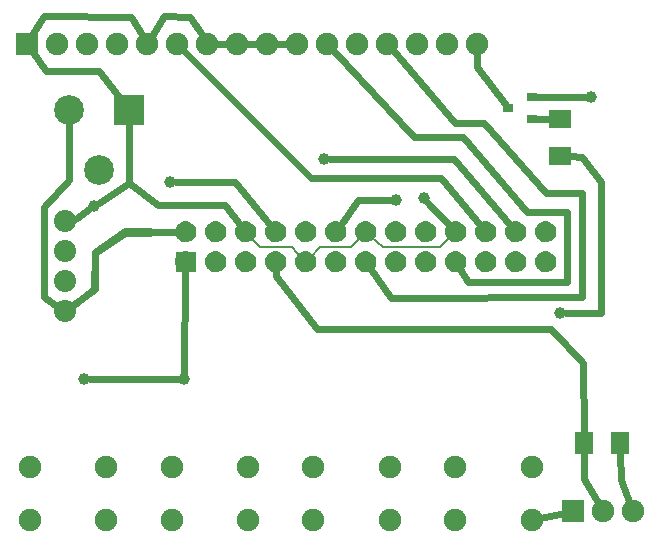
<source format=gtl>
G04 MADE WITH FRITZING*
G04 WWW.FRITZING.ORG*
G04 DOUBLE SIDED*
G04 HOLES PLATED*
G04 CONTOUR ON CENTER OF CONTOUR VECTOR*
%ASAXBY*%
%FSLAX23Y23*%
%MOIN*%
%OFA0B0*%
%SFA1.0B1.0*%
%ADD10C,0.075000*%
%ADD11C,0.099000*%
%ADD12C,0.073889*%
%ADD13C,0.070000*%
%ADD14C,0.039370*%
%ADD15R,0.075000X0.075000*%
%ADD16R,0.099000X0.099000*%
%ADD17R,0.035433X0.031496*%
%ADD18R,0.062992X0.074803*%
%ADD19R,0.074803X0.062992*%
%ADD20R,0.070000X0.070000*%
%ADD21C,0.024000*%
%ADD22C,0.008000*%
%ADD23R,0.001000X0.001000*%
%LNCOPPER1*%
G90*
G70*
G54D10*
X148Y1741D03*
X248Y1741D03*
X348Y1741D03*
X448Y1741D03*
X548Y1741D03*
X648Y1741D03*
X748Y1741D03*
X848Y1741D03*
X948Y1741D03*
X1048Y1741D03*
X1148Y1741D03*
X1248Y1741D03*
X1348Y1741D03*
X1448Y1741D03*
X1548Y1741D03*
X1648Y1741D03*
G54D11*
X287Y1520D03*
X487Y1520D03*
X387Y1320D03*
G54D10*
X156Y331D03*
X412Y331D03*
X156Y154D03*
X412Y154D03*
X629Y331D03*
X885Y331D03*
X629Y154D03*
X885Y154D03*
X2167Y182D03*
X2067Y182D03*
X1967Y182D03*
X1101Y331D03*
X1357Y331D03*
X1101Y154D03*
X1357Y154D03*
X1574Y331D03*
X1830Y331D03*
X1574Y154D03*
X1830Y154D03*
G54D12*
X273Y851D03*
X273Y951D03*
X273Y1051D03*
X273Y1151D03*
G54D13*
X876Y1013D03*
X976Y1013D03*
X1076Y1013D03*
X1376Y1013D03*
X1476Y1013D03*
X1576Y1013D03*
X1176Y1013D03*
X1276Y1013D03*
X1776Y1013D03*
X1876Y1013D03*
X1676Y1013D03*
X876Y1113D03*
X976Y1113D03*
X1076Y1113D03*
X1376Y1113D03*
X1476Y1113D03*
X1576Y1113D03*
X1176Y1113D03*
X1276Y1113D03*
X1776Y1113D03*
X1876Y1113D03*
X1676Y1113D03*
X676Y1113D03*
X776Y1113D03*
X676Y1013D03*
X776Y1013D03*
G54D14*
X337Y623D03*
X672Y623D03*
X1924Y843D03*
X625Y1280D03*
X1377Y1221D03*
X1471Y1225D03*
X2026Y1564D03*
X1138Y1358D03*
X371Y1201D03*
G54D15*
X147Y1741D03*
G54D16*
X487Y1520D03*
G54D17*
X1830Y1489D03*
X1830Y1564D03*
X1751Y1526D03*
G54D18*
X2125Y410D03*
X2003Y410D03*
G54D19*
X1924Y1489D03*
X1924Y1367D03*
G54D15*
X1967Y182D03*
G54D20*
X676Y1013D03*
G54D21*
X976Y987D02*
X977Y966D01*
D02*
X977Y966D02*
X1114Y789D01*
D02*
X1114Y789D02*
X1893Y789D01*
D02*
X2002Y675D02*
X2003Y442D01*
D02*
X1893Y789D02*
X2002Y675D01*
D02*
X468Y1545D02*
X388Y1651D01*
D02*
X495Y1831D02*
X533Y1766D01*
D02*
X203Y1832D02*
X495Y1831D01*
D02*
X162Y1765D02*
X203Y1832D01*
D02*
X692Y1831D02*
X733Y1765D01*
D02*
X603Y1832D02*
X692Y1831D01*
D02*
X563Y1765D02*
X603Y1832D01*
D02*
X776Y1741D02*
X819Y1741D01*
D02*
X876Y1741D02*
X919Y1741D01*
D02*
X976Y1741D02*
X1019Y1741D01*
D02*
X1743Y1536D02*
X1648Y1662D01*
D02*
X585Y1202D02*
X806Y1202D01*
D02*
X487Y1488D02*
X488Y1276D01*
D02*
X488Y1276D02*
X585Y1202D01*
D02*
X806Y1202D02*
X860Y1134D01*
G54D22*
D02*
X1030Y1064D02*
X924Y1064D01*
D02*
X924Y1064D02*
X890Y1098D01*
D02*
X1062Y1028D02*
X1030Y1064D01*
G54D21*
D02*
X653Y623D02*
X356Y623D01*
D02*
X672Y642D02*
X675Y987D01*
D02*
X668Y1721D02*
X1095Y1293D01*
D02*
X1095Y1293D02*
X1528Y1292D01*
D02*
X1528Y1292D02*
X1659Y1133D01*
D02*
X1842Y1489D02*
X1892Y1489D01*
D02*
X1602Y1429D02*
X1813Y1181D01*
D02*
X1948Y1181D02*
X1948Y946D01*
D02*
X1948Y946D02*
X1617Y945D01*
D02*
X1617Y945D02*
X1589Y991D01*
D02*
X1998Y1244D02*
X1998Y898D01*
D02*
X1998Y898D02*
X1361Y894D01*
D02*
X1361Y894D02*
X1291Y992D01*
D02*
X1167Y1720D02*
X1436Y1429D01*
D02*
X1366Y1719D02*
X1573Y1478D01*
G54D22*
D02*
X1333Y1064D02*
X1291Y1100D01*
D02*
X1523Y1064D02*
X1333Y1064D01*
D02*
X1560Y1099D02*
X1523Y1064D01*
G54D21*
D02*
X1484Y1211D02*
X1558Y1132D01*
D02*
X1842Y1564D02*
X2007Y1564D01*
D02*
X649Y1113D02*
X475Y1115D01*
D02*
X274Y848D02*
X372Y922D01*
D02*
X203Y898D02*
X274Y848D01*
D02*
X203Y1198D02*
X203Y898D01*
D02*
X286Y1288D02*
X203Y1198D01*
D02*
X287Y1488D02*
X286Y1288D01*
D02*
X2125Y378D02*
X2126Y287D01*
D02*
X1956Y1365D02*
X1998Y1362D01*
D02*
X644Y1280D02*
X841Y1281D01*
D02*
X841Y1281D02*
X959Y1133D01*
D02*
X1358Y1221D02*
X1251Y1220D01*
D02*
X2053Y207D02*
X2003Y291D01*
D02*
X2003Y291D02*
X2003Y378D01*
D02*
X1858Y160D02*
X1939Y176D01*
D02*
X307Y1158D02*
X314Y1159D01*
D02*
X488Y1276D02*
X487Y1488D01*
D02*
X373Y1043D02*
X475Y1110D01*
D02*
X475Y1110D02*
X649Y1113D01*
D02*
X372Y922D02*
X373Y1043D01*
D02*
X373Y923D02*
X301Y871D01*
D02*
X373Y1047D02*
X373Y923D01*
D02*
X475Y1115D02*
X373Y1047D01*
D02*
X2126Y287D02*
X2157Y208D01*
D02*
X211Y1651D02*
X164Y1717D01*
D02*
X388Y1651D02*
X211Y1651D01*
D02*
X314Y1159D02*
X355Y1189D01*
D02*
X1251Y1220D02*
X1191Y1134D01*
D02*
X1759Y1133D02*
X1569Y1355D01*
D02*
X1569Y1355D02*
X1157Y1357D01*
D02*
X1813Y1181D02*
X1948Y1181D01*
D02*
X1436Y1429D02*
X1602Y1429D01*
D02*
X1876Y1244D02*
X1998Y1244D01*
D02*
X1669Y1478D02*
X1876Y1244D01*
D02*
X1573Y1478D02*
X1669Y1478D01*
D02*
X1998Y1362D02*
X2061Y1281D01*
D02*
X2061Y843D02*
X1943Y843D01*
D02*
X1648Y1662D02*
X1648Y1712D01*
D02*
X2061Y1281D02*
X2061Y843D01*
D02*
X387Y1211D02*
X488Y1276D01*
G54D22*
D02*
X1125Y1064D02*
X1227Y1064D01*
D02*
X1227Y1064D02*
X1261Y1098D01*
D02*
X1090Y1028D02*
X1125Y1064D01*
G54D23*
X668Y1148D02*
X682Y1148D01*
X768Y1148D02*
X782Y1148D01*
X868Y1148D02*
X882Y1148D01*
X968Y1148D02*
X982Y1148D01*
X1068Y1148D02*
X1082Y1148D01*
X1168Y1148D02*
X1182Y1148D01*
X1268Y1148D02*
X1282Y1148D01*
X1368Y1148D02*
X1382Y1148D01*
X1468Y1148D02*
X1482Y1148D01*
X1568Y1148D02*
X1582Y1148D01*
X1668Y1148D02*
X1682Y1148D01*
X1768Y1148D02*
X1782Y1148D01*
X1868Y1148D02*
X1882Y1148D01*
X665Y1147D02*
X685Y1147D01*
X765Y1147D02*
X785Y1147D01*
X865Y1147D02*
X885Y1147D01*
X965Y1147D02*
X985Y1147D01*
X1065Y1147D02*
X1085Y1147D01*
X1165Y1147D02*
X1185Y1147D01*
X1265Y1147D02*
X1285Y1147D01*
X1364Y1147D02*
X1385Y1147D01*
X1464Y1147D02*
X1485Y1147D01*
X1564Y1147D02*
X1585Y1147D01*
X1664Y1147D02*
X1685Y1147D01*
X1764Y1147D02*
X1785Y1147D01*
X1864Y1147D02*
X1885Y1147D01*
X662Y1146D02*
X687Y1146D01*
X762Y1146D02*
X787Y1146D01*
X862Y1146D02*
X887Y1146D01*
X962Y1146D02*
X987Y1146D01*
X1062Y1146D02*
X1087Y1146D01*
X1162Y1146D02*
X1187Y1146D01*
X1262Y1146D02*
X1287Y1146D01*
X1362Y1146D02*
X1387Y1146D01*
X1462Y1146D02*
X1487Y1146D01*
X1562Y1146D02*
X1587Y1146D01*
X1662Y1146D02*
X1687Y1146D01*
X1762Y1146D02*
X1787Y1146D01*
X1862Y1146D02*
X1887Y1146D01*
X660Y1145D02*
X690Y1145D01*
X760Y1145D02*
X789Y1145D01*
X860Y1145D02*
X889Y1145D01*
X960Y1145D02*
X989Y1145D01*
X1060Y1145D02*
X1089Y1145D01*
X1160Y1145D02*
X1189Y1145D01*
X1260Y1145D02*
X1289Y1145D01*
X1360Y1145D02*
X1389Y1145D01*
X1460Y1145D02*
X1489Y1145D01*
X1560Y1145D02*
X1589Y1145D01*
X1660Y1145D02*
X1689Y1145D01*
X1760Y1145D02*
X1789Y1145D01*
X1860Y1145D02*
X1889Y1145D01*
X659Y1144D02*
X691Y1144D01*
X759Y1144D02*
X791Y1144D01*
X858Y1144D02*
X891Y1144D01*
X958Y1144D02*
X991Y1144D01*
X1058Y1144D02*
X1091Y1144D01*
X1158Y1144D02*
X1191Y1144D01*
X1258Y1144D02*
X1291Y1144D01*
X1358Y1144D02*
X1391Y1144D01*
X1458Y1144D02*
X1491Y1144D01*
X1558Y1144D02*
X1591Y1144D01*
X1658Y1144D02*
X1691Y1144D01*
X1758Y1144D02*
X1791Y1144D01*
X1858Y1144D02*
X1891Y1144D01*
X657Y1143D02*
X693Y1143D01*
X757Y1143D02*
X793Y1143D01*
X857Y1143D02*
X893Y1143D01*
X957Y1143D02*
X993Y1143D01*
X1057Y1143D02*
X1093Y1143D01*
X1157Y1143D02*
X1193Y1143D01*
X1257Y1143D02*
X1293Y1143D01*
X1357Y1143D02*
X1393Y1143D01*
X1457Y1143D02*
X1493Y1143D01*
X1557Y1143D02*
X1593Y1143D01*
X1657Y1143D02*
X1693Y1143D01*
X1757Y1143D02*
X1793Y1143D01*
X1857Y1143D02*
X1893Y1143D01*
X656Y1142D02*
X694Y1142D01*
X756Y1142D02*
X794Y1142D01*
X856Y1142D02*
X894Y1142D01*
X955Y1142D02*
X994Y1142D01*
X1055Y1142D02*
X1094Y1142D01*
X1155Y1142D02*
X1194Y1142D01*
X1255Y1142D02*
X1294Y1142D01*
X1355Y1142D02*
X1394Y1142D01*
X1455Y1142D02*
X1494Y1142D01*
X1555Y1142D02*
X1594Y1142D01*
X1655Y1142D02*
X1694Y1142D01*
X1755Y1142D02*
X1794Y1142D01*
X1855Y1142D02*
X1894Y1142D01*
X654Y1141D02*
X696Y1141D01*
X754Y1141D02*
X795Y1141D01*
X854Y1141D02*
X895Y1141D01*
X954Y1141D02*
X995Y1141D01*
X1054Y1141D02*
X1095Y1141D01*
X1154Y1141D02*
X1195Y1141D01*
X1254Y1141D02*
X1295Y1141D01*
X1354Y1141D02*
X1395Y1141D01*
X1454Y1141D02*
X1495Y1141D01*
X1554Y1141D02*
X1595Y1141D01*
X1654Y1141D02*
X1695Y1141D01*
X1754Y1141D02*
X1795Y1141D01*
X1854Y1141D02*
X1895Y1141D01*
X653Y1140D02*
X697Y1140D01*
X753Y1140D02*
X797Y1140D01*
X853Y1140D02*
X897Y1140D01*
X953Y1140D02*
X997Y1140D01*
X1053Y1140D02*
X1097Y1140D01*
X1153Y1140D02*
X1197Y1140D01*
X1253Y1140D02*
X1297Y1140D01*
X1353Y1140D02*
X1397Y1140D01*
X1453Y1140D02*
X1496Y1140D01*
X1553Y1140D02*
X1596Y1140D01*
X1653Y1140D02*
X1696Y1140D01*
X1753Y1140D02*
X1796Y1140D01*
X1853Y1140D02*
X1896Y1140D01*
X652Y1139D02*
X698Y1139D01*
X752Y1139D02*
X798Y1139D01*
X852Y1139D02*
X898Y1139D01*
X952Y1139D02*
X998Y1139D01*
X1052Y1139D02*
X1098Y1139D01*
X1152Y1139D02*
X1198Y1139D01*
X1252Y1139D02*
X1298Y1139D01*
X1352Y1139D02*
X1398Y1139D01*
X1452Y1139D02*
X1498Y1139D01*
X1552Y1139D02*
X1598Y1139D01*
X1652Y1139D02*
X1698Y1139D01*
X1752Y1139D02*
X1798Y1139D01*
X1852Y1139D02*
X1897Y1139D01*
X651Y1138D02*
X699Y1138D01*
X751Y1138D02*
X799Y1138D01*
X851Y1138D02*
X899Y1138D01*
X951Y1138D02*
X999Y1138D01*
X1051Y1138D02*
X1099Y1138D01*
X1151Y1138D02*
X1199Y1138D01*
X1251Y1138D02*
X1299Y1138D01*
X1351Y1138D02*
X1399Y1138D01*
X1451Y1138D02*
X1499Y1138D01*
X1551Y1138D02*
X1599Y1138D01*
X1651Y1138D02*
X1699Y1138D01*
X1751Y1138D02*
X1799Y1138D01*
X1851Y1138D02*
X1898Y1138D01*
X650Y1137D02*
X700Y1137D01*
X750Y1137D02*
X800Y1137D01*
X850Y1137D02*
X900Y1137D01*
X950Y1137D02*
X1000Y1137D01*
X1050Y1137D02*
X1100Y1137D01*
X1150Y1137D02*
X1200Y1137D01*
X1250Y1137D02*
X1300Y1137D01*
X1350Y1137D02*
X1400Y1137D01*
X1450Y1137D02*
X1500Y1137D01*
X1550Y1137D02*
X1600Y1137D01*
X1650Y1137D02*
X1700Y1137D01*
X1750Y1137D02*
X1799Y1137D01*
X1850Y1137D02*
X1899Y1137D01*
X649Y1136D02*
X701Y1136D01*
X749Y1136D02*
X801Y1136D01*
X849Y1136D02*
X901Y1136D01*
X949Y1136D02*
X1001Y1136D01*
X1049Y1136D02*
X1101Y1136D01*
X1149Y1136D02*
X1201Y1136D01*
X1249Y1136D02*
X1301Y1136D01*
X1349Y1136D02*
X1400Y1136D01*
X1449Y1136D02*
X1500Y1136D01*
X1549Y1136D02*
X1600Y1136D01*
X1649Y1136D02*
X1700Y1136D01*
X1749Y1136D02*
X1800Y1136D01*
X1849Y1136D02*
X1900Y1136D01*
X648Y1135D02*
X701Y1135D01*
X748Y1135D02*
X801Y1135D01*
X848Y1135D02*
X901Y1135D01*
X948Y1135D02*
X1001Y1135D01*
X1048Y1135D02*
X1101Y1135D01*
X1148Y1135D02*
X1201Y1135D01*
X1248Y1135D02*
X1301Y1135D01*
X1348Y1135D02*
X1401Y1135D01*
X1448Y1135D02*
X1501Y1135D01*
X1548Y1135D02*
X1601Y1135D01*
X1648Y1135D02*
X1701Y1135D01*
X1748Y1135D02*
X1801Y1135D01*
X1848Y1135D02*
X1901Y1135D01*
X648Y1134D02*
X702Y1134D01*
X747Y1134D02*
X802Y1134D01*
X847Y1134D02*
X902Y1134D01*
X947Y1134D02*
X1002Y1134D01*
X1047Y1134D02*
X1102Y1134D01*
X1147Y1134D02*
X1202Y1134D01*
X1247Y1134D02*
X1302Y1134D01*
X1347Y1134D02*
X1402Y1134D01*
X1447Y1134D02*
X1502Y1134D01*
X1547Y1134D02*
X1602Y1134D01*
X1647Y1134D02*
X1702Y1134D01*
X1747Y1134D02*
X1802Y1134D01*
X1847Y1134D02*
X1902Y1134D01*
X647Y1133D02*
X703Y1133D01*
X747Y1133D02*
X803Y1133D01*
X847Y1133D02*
X903Y1133D01*
X947Y1133D02*
X1003Y1133D01*
X1047Y1133D02*
X1103Y1133D01*
X1147Y1133D02*
X1203Y1133D01*
X1247Y1133D02*
X1303Y1133D01*
X1347Y1133D02*
X1403Y1133D01*
X1447Y1133D02*
X1503Y1133D01*
X1547Y1133D02*
X1603Y1133D01*
X1647Y1133D02*
X1703Y1133D01*
X1746Y1133D02*
X1803Y1133D01*
X1846Y1133D02*
X1903Y1133D01*
X646Y1132D02*
X704Y1132D01*
X746Y1132D02*
X804Y1132D01*
X846Y1132D02*
X904Y1132D01*
X946Y1132D02*
X1004Y1132D01*
X1046Y1132D02*
X1104Y1132D01*
X1146Y1132D02*
X1204Y1132D01*
X1246Y1132D02*
X1304Y1132D01*
X1346Y1132D02*
X1403Y1132D01*
X1446Y1132D02*
X1503Y1132D01*
X1546Y1132D02*
X1603Y1132D01*
X1646Y1132D02*
X1703Y1132D01*
X1746Y1132D02*
X1803Y1132D01*
X1846Y1132D02*
X1903Y1132D01*
X645Y1131D02*
X704Y1131D01*
X745Y1131D02*
X804Y1131D01*
X845Y1131D02*
X904Y1131D01*
X945Y1131D02*
X1004Y1131D01*
X1045Y1131D02*
X1104Y1131D01*
X1145Y1131D02*
X1204Y1131D01*
X1245Y1131D02*
X1304Y1131D01*
X1345Y1131D02*
X1404Y1131D01*
X1445Y1131D02*
X1504Y1131D01*
X1545Y1131D02*
X1604Y1131D01*
X1645Y1131D02*
X1704Y1131D01*
X1745Y1131D02*
X1804Y1131D01*
X1845Y1131D02*
X1904Y1131D01*
X645Y1130D02*
X705Y1130D01*
X745Y1130D02*
X805Y1130D01*
X845Y1130D02*
X905Y1130D01*
X945Y1130D02*
X1005Y1130D01*
X1045Y1130D02*
X1105Y1130D01*
X1145Y1130D02*
X1205Y1130D01*
X1245Y1130D02*
X1305Y1130D01*
X1345Y1130D02*
X1405Y1130D01*
X1445Y1130D02*
X1505Y1130D01*
X1545Y1130D02*
X1605Y1130D01*
X1645Y1130D02*
X1705Y1130D01*
X1745Y1130D02*
X1805Y1130D01*
X1845Y1130D02*
X1905Y1130D01*
X644Y1129D02*
X705Y1129D01*
X744Y1129D02*
X805Y1129D01*
X844Y1129D02*
X905Y1129D01*
X944Y1129D02*
X1005Y1129D01*
X1044Y1129D02*
X1105Y1129D01*
X1144Y1129D02*
X1205Y1129D01*
X1244Y1129D02*
X1305Y1129D01*
X1344Y1129D02*
X1405Y1129D01*
X1444Y1129D02*
X1505Y1129D01*
X1544Y1129D02*
X1605Y1129D01*
X1644Y1129D02*
X1705Y1129D01*
X1744Y1129D02*
X1805Y1129D01*
X1844Y1129D02*
X1905Y1129D01*
X644Y1128D02*
X668Y1128D01*
X682Y1128D02*
X706Y1128D01*
X744Y1128D02*
X768Y1128D01*
X782Y1128D02*
X806Y1128D01*
X844Y1128D02*
X868Y1128D01*
X882Y1128D02*
X906Y1128D01*
X944Y1128D02*
X968Y1128D01*
X982Y1128D02*
X1006Y1128D01*
X1044Y1128D02*
X1068Y1128D01*
X1082Y1128D02*
X1106Y1128D01*
X1144Y1128D02*
X1168Y1128D01*
X1182Y1128D02*
X1206Y1128D01*
X1244Y1128D02*
X1268Y1128D01*
X1282Y1128D02*
X1306Y1128D01*
X1344Y1128D02*
X1368Y1128D01*
X1382Y1128D02*
X1406Y1128D01*
X1444Y1128D02*
X1468Y1128D01*
X1482Y1128D02*
X1506Y1128D01*
X1544Y1128D02*
X1568Y1128D01*
X1582Y1128D02*
X1606Y1128D01*
X1644Y1128D02*
X1668Y1128D01*
X1681Y1128D02*
X1706Y1128D01*
X1744Y1128D02*
X1768Y1128D01*
X1781Y1128D02*
X1806Y1128D01*
X1843Y1128D02*
X1868Y1128D01*
X1881Y1128D02*
X1906Y1128D01*
X643Y1127D02*
X666Y1127D01*
X684Y1127D02*
X706Y1127D01*
X743Y1127D02*
X766Y1127D01*
X784Y1127D02*
X806Y1127D01*
X843Y1127D02*
X866Y1127D01*
X884Y1127D02*
X906Y1127D01*
X943Y1127D02*
X966Y1127D01*
X984Y1127D02*
X1006Y1127D01*
X1043Y1127D02*
X1066Y1127D01*
X1084Y1127D02*
X1106Y1127D01*
X1143Y1127D02*
X1166Y1127D01*
X1184Y1127D02*
X1206Y1127D01*
X1243Y1127D02*
X1266Y1127D01*
X1284Y1127D02*
X1306Y1127D01*
X1343Y1127D02*
X1366Y1127D01*
X1384Y1127D02*
X1406Y1127D01*
X1443Y1127D02*
X1466Y1127D01*
X1484Y1127D02*
X1506Y1127D01*
X1543Y1127D02*
X1566Y1127D01*
X1584Y1127D02*
X1606Y1127D01*
X1643Y1127D02*
X1666Y1127D01*
X1684Y1127D02*
X1706Y1127D01*
X1743Y1127D02*
X1765Y1127D01*
X1784Y1127D02*
X1806Y1127D01*
X1843Y1127D02*
X1865Y1127D01*
X1884Y1127D02*
X1906Y1127D01*
X643Y1126D02*
X664Y1126D01*
X685Y1126D02*
X707Y1126D01*
X743Y1126D02*
X764Y1126D01*
X785Y1126D02*
X807Y1126D01*
X843Y1126D02*
X864Y1126D01*
X885Y1126D02*
X907Y1126D01*
X943Y1126D02*
X964Y1126D01*
X985Y1126D02*
X1007Y1126D01*
X1043Y1126D02*
X1064Y1126D01*
X1085Y1126D02*
X1107Y1126D01*
X1143Y1126D02*
X1164Y1126D01*
X1185Y1126D02*
X1207Y1126D01*
X1243Y1126D02*
X1264Y1126D01*
X1285Y1126D02*
X1307Y1126D01*
X1343Y1126D02*
X1364Y1126D01*
X1385Y1126D02*
X1407Y1126D01*
X1443Y1126D02*
X1464Y1126D01*
X1485Y1126D02*
X1507Y1126D01*
X1543Y1126D02*
X1564Y1126D01*
X1585Y1126D02*
X1607Y1126D01*
X1643Y1126D02*
X1664Y1126D01*
X1685Y1126D02*
X1707Y1126D01*
X1743Y1126D02*
X1764Y1126D01*
X1785Y1126D02*
X1807Y1126D01*
X1843Y1126D02*
X1864Y1126D01*
X1885Y1126D02*
X1907Y1126D01*
X643Y1125D02*
X663Y1125D01*
X687Y1125D02*
X707Y1125D01*
X742Y1125D02*
X763Y1125D01*
X787Y1125D02*
X807Y1125D01*
X842Y1125D02*
X863Y1125D01*
X887Y1125D02*
X907Y1125D01*
X942Y1125D02*
X963Y1125D01*
X987Y1125D02*
X1007Y1125D01*
X1042Y1125D02*
X1063Y1125D01*
X1086Y1125D02*
X1107Y1125D01*
X1142Y1125D02*
X1163Y1125D01*
X1186Y1125D02*
X1207Y1125D01*
X1242Y1125D02*
X1263Y1125D01*
X1286Y1125D02*
X1307Y1125D01*
X1342Y1125D02*
X1363Y1125D01*
X1386Y1125D02*
X1407Y1125D01*
X1442Y1125D02*
X1463Y1125D01*
X1486Y1125D02*
X1507Y1125D01*
X1542Y1125D02*
X1563Y1125D01*
X1586Y1125D02*
X1607Y1125D01*
X1642Y1125D02*
X1663Y1125D01*
X1686Y1125D02*
X1707Y1125D01*
X1742Y1125D02*
X1763Y1125D01*
X1786Y1125D02*
X1807Y1125D01*
X1842Y1125D02*
X1863Y1125D01*
X1886Y1125D02*
X1907Y1125D01*
X642Y1124D02*
X662Y1124D01*
X687Y1124D02*
X708Y1124D01*
X742Y1124D02*
X762Y1124D01*
X787Y1124D02*
X808Y1124D01*
X842Y1124D02*
X862Y1124D01*
X887Y1124D02*
X908Y1124D01*
X942Y1124D02*
X962Y1124D01*
X987Y1124D02*
X1008Y1124D01*
X1042Y1124D02*
X1062Y1124D01*
X1087Y1124D02*
X1108Y1124D01*
X1142Y1124D02*
X1162Y1124D01*
X1187Y1124D02*
X1208Y1124D01*
X1242Y1124D02*
X1262Y1124D01*
X1287Y1124D02*
X1307Y1124D01*
X1342Y1124D02*
X1362Y1124D01*
X1387Y1124D02*
X1407Y1124D01*
X1442Y1124D02*
X1462Y1124D01*
X1487Y1124D02*
X1507Y1124D01*
X1542Y1124D02*
X1562Y1124D01*
X1587Y1124D02*
X1607Y1124D01*
X1642Y1124D02*
X1662Y1124D01*
X1687Y1124D02*
X1707Y1124D01*
X1742Y1124D02*
X1762Y1124D01*
X1787Y1124D02*
X1807Y1124D01*
X1842Y1124D02*
X1862Y1124D01*
X1887Y1124D02*
X1907Y1124D01*
X642Y1123D02*
X662Y1123D01*
X688Y1123D02*
X708Y1123D01*
X742Y1123D02*
X762Y1123D01*
X788Y1123D02*
X808Y1123D01*
X842Y1123D02*
X862Y1123D01*
X888Y1123D02*
X908Y1123D01*
X942Y1123D02*
X962Y1123D01*
X988Y1123D02*
X1008Y1123D01*
X1042Y1123D02*
X1062Y1123D01*
X1088Y1123D02*
X1108Y1123D01*
X1142Y1123D02*
X1161Y1123D01*
X1188Y1123D02*
X1208Y1123D01*
X1242Y1123D02*
X1261Y1123D01*
X1288Y1123D02*
X1308Y1123D01*
X1342Y1123D02*
X1361Y1123D01*
X1388Y1123D02*
X1408Y1123D01*
X1442Y1123D02*
X1461Y1123D01*
X1488Y1123D02*
X1508Y1123D01*
X1542Y1123D02*
X1561Y1123D01*
X1588Y1123D02*
X1608Y1123D01*
X1642Y1123D02*
X1661Y1123D01*
X1688Y1123D02*
X1708Y1123D01*
X1742Y1123D02*
X1761Y1123D01*
X1788Y1123D02*
X1808Y1123D01*
X1841Y1123D02*
X1861Y1123D01*
X1888Y1123D02*
X1908Y1123D01*
X642Y1122D02*
X661Y1122D01*
X689Y1122D02*
X708Y1122D01*
X741Y1122D02*
X761Y1122D01*
X789Y1122D02*
X808Y1122D01*
X841Y1122D02*
X861Y1122D01*
X889Y1122D02*
X908Y1122D01*
X941Y1122D02*
X961Y1122D01*
X989Y1122D02*
X1008Y1122D01*
X1041Y1122D02*
X1061Y1122D01*
X1089Y1122D02*
X1108Y1122D01*
X1141Y1122D02*
X1161Y1122D01*
X1189Y1122D02*
X1208Y1122D01*
X1241Y1122D02*
X1261Y1122D01*
X1289Y1122D02*
X1308Y1122D01*
X1341Y1122D02*
X1361Y1122D01*
X1389Y1122D02*
X1408Y1122D01*
X1441Y1122D02*
X1461Y1122D01*
X1488Y1122D02*
X1508Y1122D01*
X1541Y1122D02*
X1561Y1122D01*
X1588Y1122D02*
X1608Y1122D01*
X1641Y1122D02*
X1661Y1122D01*
X1688Y1122D02*
X1708Y1122D01*
X1741Y1122D02*
X1761Y1122D01*
X1788Y1122D02*
X1808Y1122D01*
X1841Y1122D02*
X1861Y1122D01*
X1888Y1122D02*
X1908Y1122D01*
X641Y1121D02*
X661Y1121D01*
X689Y1121D02*
X709Y1121D01*
X741Y1121D02*
X761Y1121D01*
X789Y1121D02*
X808Y1121D01*
X841Y1121D02*
X861Y1121D01*
X889Y1121D02*
X908Y1121D01*
X941Y1121D02*
X961Y1121D01*
X989Y1121D02*
X1008Y1121D01*
X1041Y1121D02*
X1061Y1121D01*
X1089Y1121D02*
X1108Y1121D01*
X1141Y1121D02*
X1160Y1121D01*
X1189Y1121D02*
X1208Y1121D01*
X1241Y1121D02*
X1260Y1121D01*
X1289Y1121D02*
X1308Y1121D01*
X1341Y1121D02*
X1360Y1121D01*
X1389Y1121D02*
X1408Y1121D01*
X1441Y1121D02*
X1460Y1121D01*
X1489Y1121D02*
X1508Y1121D01*
X1541Y1121D02*
X1560Y1121D01*
X1589Y1121D02*
X1608Y1121D01*
X1641Y1121D02*
X1660Y1121D01*
X1689Y1121D02*
X1708Y1121D01*
X1741Y1121D02*
X1760Y1121D01*
X1789Y1121D02*
X1808Y1121D01*
X1841Y1121D02*
X1860Y1121D01*
X1889Y1121D02*
X1908Y1121D01*
X641Y1120D02*
X660Y1120D01*
X690Y1120D02*
X709Y1120D01*
X741Y1120D02*
X760Y1120D01*
X789Y1120D02*
X809Y1120D01*
X841Y1120D02*
X860Y1120D01*
X889Y1120D02*
X909Y1120D01*
X941Y1120D02*
X960Y1120D01*
X989Y1120D02*
X1009Y1120D01*
X1041Y1120D02*
X1060Y1120D01*
X1089Y1120D02*
X1109Y1120D01*
X1141Y1120D02*
X1160Y1120D01*
X1189Y1120D02*
X1209Y1120D01*
X1241Y1120D02*
X1260Y1120D01*
X1289Y1120D02*
X1309Y1120D01*
X1341Y1120D02*
X1360Y1120D01*
X1389Y1120D02*
X1409Y1120D01*
X1441Y1120D02*
X1460Y1120D01*
X1489Y1120D02*
X1509Y1120D01*
X1541Y1120D02*
X1560Y1120D01*
X1589Y1120D02*
X1609Y1120D01*
X1641Y1120D02*
X1660Y1120D01*
X1689Y1120D02*
X1708Y1120D01*
X1741Y1120D02*
X1760Y1120D01*
X1789Y1120D02*
X1808Y1120D01*
X1841Y1120D02*
X1860Y1120D01*
X1889Y1120D02*
X1908Y1120D01*
X641Y1119D02*
X660Y1119D01*
X690Y1119D02*
X709Y1119D01*
X741Y1119D02*
X760Y1119D01*
X790Y1119D02*
X809Y1119D01*
X841Y1119D02*
X860Y1119D01*
X890Y1119D02*
X909Y1119D01*
X941Y1119D02*
X960Y1119D01*
X990Y1119D02*
X1009Y1119D01*
X1041Y1119D02*
X1060Y1119D01*
X1090Y1119D02*
X1109Y1119D01*
X1141Y1119D02*
X1160Y1119D01*
X1190Y1119D02*
X1209Y1119D01*
X1241Y1119D02*
X1260Y1119D01*
X1290Y1119D02*
X1309Y1119D01*
X1341Y1119D02*
X1360Y1119D01*
X1390Y1119D02*
X1409Y1119D01*
X1441Y1119D02*
X1460Y1119D01*
X1490Y1119D02*
X1509Y1119D01*
X1541Y1119D02*
X1560Y1119D01*
X1590Y1119D02*
X1609Y1119D01*
X1641Y1119D02*
X1660Y1119D01*
X1690Y1119D02*
X1709Y1119D01*
X1741Y1119D02*
X1760Y1119D01*
X1790Y1119D02*
X1809Y1119D01*
X1841Y1119D02*
X1860Y1119D01*
X1889Y1119D02*
X1909Y1119D01*
X641Y1118D02*
X660Y1118D01*
X690Y1118D02*
X709Y1118D01*
X741Y1118D02*
X760Y1118D01*
X790Y1118D02*
X809Y1118D01*
X841Y1118D02*
X860Y1118D01*
X890Y1118D02*
X909Y1118D01*
X941Y1118D02*
X960Y1118D01*
X990Y1118D02*
X1009Y1118D01*
X1041Y1118D02*
X1060Y1118D01*
X1090Y1118D02*
X1109Y1118D01*
X1141Y1118D02*
X1160Y1118D01*
X1190Y1118D02*
X1209Y1118D01*
X1241Y1118D02*
X1260Y1118D01*
X1290Y1118D02*
X1309Y1118D01*
X1340Y1118D02*
X1360Y1118D01*
X1390Y1118D02*
X1409Y1118D01*
X1440Y1118D02*
X1460Y1118D01*
X1490Y1118D02*
X1509Y1118D01*
X1540Y1118D02*
X1560Y1118D01*
X1590Y1118D02*
X1609Y1118D01*
X1640Y1118D02*
X1659Y1118D01*
X1690Y1118D02*
X1709Y1118D01*
X1740Y1118D02*
X1759Y1118D01*
X1790Y1118D02*
X1809Y1118D01*
X1840Y1118D02*
X1859Y1118D01*
X1890Y1118D02*
X1909Y1118D01*
X641Y1117D02*
X660Y1117D01*
X690Y1117D02*
X709Y1117D01*
X741Y1117D02*
X760Y1117D01*
X790Y1117D02*
X809Y1117D01*
X841Y1117D02*
X860Y1117D01*
X890Y1117D02*
X909Y1117D01*
X940Y1117D02*
X960Y1117D01*
X990Y1117D02*
X1009Y1117D01*
X1040Y1117D02*
X1059Y1117D01*
X1090Y1117D02*
X1109Y1117D01*
X1140Y1117D02*
X1159Y1117D01*
X1190Y1117D02*
X1209Y1117D01*
X1240Y1117D02*
X1259Y1117D01*
X1290Y1117D02*
X1309Y1117D01*
X1340Y1117D02*
X1359Y1117D01*
X1390Y1117D02*
X1409Y1117D01*
X1440Y1117D02*
X1459Y1117D01*
X1490Y1117D02*
X1509Y1117D01*
X1540Y1117D02*
X1559Y1117D01*
X1590Y1117D02*
X1609Y1117D01*
X1640Y1117D02*
X1659Y1117D01*
X1690Y1117D02*
X1709Y1117D01*
X1740Y1117D02*
X1759Y1117D01*
X1790Y1117D02*
X1809Y1117D01*
X1840Y1117D02*
X1859Y1117D01*
X1890Y1117D02*
X1909Y1117D01*
X640Y1116D02*
X659Y1116D01*
X690Y1116D02*
X709Y1116D01*
X740Y1116D02*
X759Y1116D01*
X790Y1116D02*
X809Y1116D01*
X840Y1116D02*
X859Y1116D01*
X890Y1116D02*
X909Y1116D01*
X940Y1116D02*
X959Y1116D01*
X990Y1116D02*
X1009Y1116D01*
X1040Y1116D02*
X1059Y1116D01*
X1090Y1116D02*
X1109Y1116D01*
X1140Y1116D02*
X1159Y1116D01*
X1190Y1116D02*
X1209Y1116D01*
X1240Y1116D02*
X1259Y1116D01*
X1290Y1116D02*
X1309Y1116D01*
X1340Y1116D02*
X1359Y1116D01*
X1390Y1116D02*
X1409Y1116D01*
X1440Y1116D02*
X1459Y1116D01*
X1490Y1116D02*
X1509Y1116D01*
X1540Y1116D02*
X1559Y1116D01*
X1590Y1116D02*
X1609Y1116D01*
X1640Y1116D02*
X1659Y1116D01*
X1690Y1116D02*
X1709Y1116D01*
X1740Y1116D02*
X1759Y1116D01*
X1790Y1116D02*
X1809Y1116D01*
X1840Y1116D02*
X1859Y1116D01*
X1890Y1116D02*
X1909Y1116D01*
X640Y1115D02*
X659Y1115D01*
X690Y1115D02*
X709Y1115D01*
X740Y1115D02*
X759Y1115D01*
X790Y1115D02*
X809Y1115D01*
X840Y1115D02*
X859Y1115D01*
X890Y1115D02*
X909Y1115D01*
X940Y1115D02*
X959Y1115D01*
X990Y1115D02*
X1009Y1115D01*
X1040Y1115D02*
X1059Y1115D01*
X1090Y1115D02*
X1109Y1115D01*
X1140Y1115D02*
X1159Y1115D01*
X1190Y1115D02*
X1209Y1115D01*
X1240Y1115D02*
X1259Y1115D01*
X1290Y1115D02*
X1309Y1115D01*
X1340Y1115D02*
X1359Y1115D01*
X1390Y1115D02*
X1409Y1115D01*
X1440Y1115D02*
X1459Y1115D01*
X1490Y1115D02*
X1509Y1115D01*
X1540Y1115D02*
X1559Y1115D01*
X1590Y1115D02*
X1609Y1115D01*
X1640Y1115D02*
X1659Y1115D01*
X1690Y1115D02*
X1709Y1115D01*
X1740Y1115D02*
X1759Y1115D01*
X1790Y1115D02*
X1809Y1115D01*
X1840Y1115D02*
X1859Y1115D01*
X1890Y1115D02*
X1909Y1115D01*
X640Y1114D02*
X659Y1114D01*
X690Y1114D02*
X709Y1114D01*
X740Y1114D02*
X759Y1114D01*
X790Y1114D02*
X809Y1114D01*
X840Y1114D02*
X859Y1114D01*
X890Y1114D02*
X909Y1114D01*
X940Y1114D02*
X959Y1114D01*
X990Y1114D02*
X1009Y1114D01*
X1040Y1114D02*
X1059Y1114D01*
X1090Y1114D02*
X1109Y1114D01*
X1140Y1114D02*
X1159Y1114D01*
X1190Y1114D02*
X1209Y1114D01*
X1240Y1114D02*
X1259Y1114D01*
X1290Y1114D02*
X1309Y1114D01*
X1340Y1114D02*
X1359Y1114D01*
X1390Y1114D02*
X1409Y1114D01*
X1440Y1114D02*
X1459Y1114D01*
X1490Y1114D02*
X1509Y1114D01*
X1540Y1114D02*
X1559Y1114D01*
X1590Y1114D02*
X1609Y1114D01*
X1640Y1114D02*
X1659Y1114D01*
X1690Y1114D02*
X1709Y1114D01*
X1740Y1114D02*
X1759Y1114D01*
X1790Y1114D02*
X1809Y1114D01*
X1840Y1114D02*
X1859Y1114D01*
X1890Y1114D02*
X1909Y1114D01*
X640Y1113D02*
X659Y1113D01*
X690Y1113D02*
X709Y1113D01*
X740Y1113D02*
X759Y1113D01*
X790Y1113D02*
X809Y1113D01*
X840Y1113D02*
X859Y1113D01*
X890Y1113D02*
X909Y1113D01*
X940Y1113D02*
X959Y1113D01*
X990Y1113D02*
X1009Y1113D01*
X1040Y1113D02*
X1059Y1113D01*
X1090Y1113D02*
X1109Y1113D01*
X1140Y1113D02*
X1159Y1113D01*
X1190Y1113D02*
X1209Y1113D01*
X1240Y1113D02*
X1259Y1113D01*
X1290Y1113D02*
X1309Y1113D01*
X1340Y1113D02*
X1359Y1113D01*
X1390Y1113D02*
X1409Y1113D01*
X1440Y1113D02*
X1459Y1113D01*
X1490Y1113D02*
X1509Y1113D01*
X1540Y1113D02*
X1559Y1113D01*
X1590Y1113D02*
X1609Y1113D01*
X1640Y1113D02*
X1659Y1113D01*
X1690Y1113D02*
X1709Y1113D01*
X1740Y1113D02*
X1759Y1113D01*
X1790Y1113D02*
X1809Y1113D01*
X1840Y1113D02*
X1859Y1113D01*
X1890Y1113D02*
X1909Y1113D01*
X640Y1112D02*
X659Y1112D01*
X690Y1112D02*
X709Y1112D01*
X740Y1112D02*
X759Y1112D01*
X790Y1112D02*
X809Y1112D01*
X840Y1112D02*
X859Y1112D01*
X890Y1112D02*
X909Y1112D01*
X940Y1112D02*
X959Y1112D01*
X990Y1112D02*
X1009Y1112D01*
X1040Y1112D02*
X1059Y1112D01*
X1090Y1112D02*
X1109Y1112D01*
X1140Y1112D02*
X1159Y1112D01*
X1190Y1112D02*
X1209Y1112D01*
X1240Y1112D02*
X1259Y1112D01*
X1290Y1112D02*
X1309Y1112D01*
X1340Y1112D02*
X1359Y1112D01*
X1390Y1112D02*
X1409Y1112D01*
X1440Y1112D02*
X1459Y1112D01*
X1490Y1112D02*
X1509Y1112D01*
X1540Y1112D02*
X1559Y1112D01*
X1590Y1112D02*
X1609Y1112D01*
X1640Y1112D02*
X1659Y1112D01*
X1690Y1112D02*
X1709Y1112D01*
X1740Y1112D02*
X1759Y1112D01*
X1790Y1112D02*
X1809Y1112D01*
X1840Y1112D02*
X1859Y1112D01*
X1890Y1112D02*
X1909Y1112D01*
X641Y1111D02*
X660Y1111D01*
X690Y1111D02*
X709Y1111D01*
X741Y1111D02*
X760Y1111D01*
X790Y1111D02*
X809Y1111D01*
X841Y1111D02*
X860Y1111D01*
X890Y1111D02*
X909Y1111D01*
X940Y1111D02*
X960Y1111D01*
X990Y1111D02*
X1009Y1111D01*
X1040Y1111D02*
X1059Y1111D01*
X1090Y1111D02*
X1109Y1111D01*
X1140Y1111D02*
X1159Y1111D01*
X1190Y1111D02*
X1209Y1111D01*
X1240Y1111D02*
X1259Y1111D01*
X1290Y1111D02*
X1309Y1111D01*
X1340Y1111D02*
X1359Y1111D01*
X1390Y1111D02*
X1409Y1111D01*
X1440Y1111D02*
X1459Y1111D01*
X1490Y1111D02*
X1509Y1111D01*
X1540Y1111D02*
X1559Y1111D01*
X1590Y1111D02*
X1609Y1111D01*
X1640Y1111D02*
X1659Y1111D01*
X1690Y1111D02*
X1709Y1111D01*
X1740Y1111D02*
X1759Y1111D01*
X1790Y1111D02*
X1809Y1111D01*
X1840Y1111D02*
X1859Y1111D01*
X1890Y1111D02*
X1909Y1111D01*
X641Y1110D02*
X660Y1110D01*
X690Y1110D02*
X709Y1110D01*
X741Y1110D02*
X760Y1110D01*
X790Y1110D02*
X809Y1110D01*
X841Y1110D02*
X860Y1110D01*
X890Y1110D02*
X909Y1110D01*
X941Y1110D02*
X960Y1110D01*
X990Y1110D02*
X1009Y1110D01*
X1041Y1110D02*
X1060Y1110D01*
X1090Y1110D02*
X1109Y1110D01*
X1141Y1110D02*
X1160Y1110D01*
X1190Y1110D02*
X1209Y1110D01*
X1241Y1110D02*
X1260Y1110D01*
X1290Y1110D02*
X1309Y1110D01*
X1340Y1110D02*
X1360Y1110D01*
X1390Y1110D02*
X1409Y1110D01*
X1440Y1110D02*
X1460Y1110D01*
X1490Y1110D02*
X1509Y1110D01*
X1540Y1110D02*
X1560Y1110D01*
X1590Y1110D02*
X1609Y1110D01*
X1640Y1110D02*
X1659Y1110D01*
X1690Y1110D02*
X1709Y1110D01*
X1740Y1110D02*
X1759Y1110D01*
X1790Y1110D02*
X1809Y1110D01*
X1840Y1110D02*
X1859Y1110D01*
X1890Y1110D02*
X1909Y1110D01*
X641Y1109D02*
X660Y1109D01*
X690Y1109D02*
X709Y1109D01*
X741Y1109D02*
X760Y1109D01*
X790Y1109D02*
X809Y1109D01*
X841Y1109D02*
X860Y1109D01*
X890Y1109D02*
X909Y1109D01*
X941Y1109D02*
X960Y1109D01*
X990Y1109D02*
X1009Y1109D01*
X1041Y1109D02*
X1060Y1109D01*
X1090Y1109D02*
X1109Y1109D01*
X1141Y1109D02*
X1160Y1109D01*
X1190Y1109D02*
X1209Y1109D01*
X1241Y1109D02*
X1260Y1109D01*
X1290Y1109D02*
X1309Y1109D01*
X1341Y1109D02*
X1360Y1109D01*
X1390Y1109D02*
X1409Y1109D01*
X1441Y1109D02*
X1460Y1109D01*
X1490Y1109D02*
X1509Y1109D01*
X1541Y1109D02*
X1560Y1109D01*
X1590Y1109D02*
X1609Y1109D01*
X1641Y1109D02*
X1660Y1109D01*
X1690Y1109D02*
X1709Y1109D01*
X1741Y1109D02*
X1760Y1109D01*
X1790Y1109D02*
X1809Y1109D01*
X1841Y1109D02*
X1860Y1109D01*
X1889Y1109D02*
X1909Y1109D01*
X641Y1108D02*
X660Y1108D01*
X690Y1108D02*
X709Y1108D01*
X741Y1108D02*
X760Y1108D01*
X789Y1108D02*
X809Y1108D01*
X841Y1108D02*
X860Y1108D01*
X889Y1108D02*
X909Y1108D01*
X941Y1108D02*
X960Y1108D01*
X989Y1108D02*
X1009Y1108D01*
X1041Y1108D02*
X1060Y1108D01*
X1089Y1108D02*
X1109Y1108D01*
X1141Y1108D02*
X1160Y1108D01*
X1189Y1108D02*
X1209Y1108D01*
X1241Y1108D02*
X1260Y1108D01*
X1289Y1108D02*
X1309Y1108D01*
X1341Y1108D02*
X1360Y1108D01*
X1389Y1108D02*
X1409Y1108D01*
X1441Y1108D02*
X1460Y1108D01*
X1489Y1108D02*
X1509Y1108D01*
X1541Y1108D02*
X1560Y1108D01*
X1589Y1108D02*
X1609Y1108D01*
X1641Y1108D02*
X1660Y1108D01*
X1689Y1108D02*
X1708Y1108D01*
X1741Y1108D02*
X1760Y1108D01*
X1789Y1108D02*
X1808Y1108D01*
X1841Y1108D02*
X1860Y1108D01*
X1889Y1108D02*
X1908Y1108D01*
X641Y1107D02*
X661Y1107D01*
X689Y1107D02*
X709Y1107D01*
X741Y1107D02*
X761Y1107D01*
X789Y1107D02*
X809Y1107D01*
X841Y1107D02*
X861Y1107D01*
X889Y1107D02*
X908Y1107D01*
X941Y1107D02*
X961Y1107D01*
X989Y1107D02*
X1008Y1107D01*
X1041Y1107D02*
X1060Y1107D01*
X1089Y1107D02*
X1108Y1107D01*
X1141Y1107D02*
X1160Y1107D01*
X1189Y1107D02*
X1208Y1107D01*
X1241Y1107D02*
X1260Y1107D01*
X1289Y1107D02*
X1308Y1107D01*
X1341Y1107D02*
X1360Y1107D01*
X1389Y1107D02*
X1408Y1107D01*
X1441Y1107D02*
X1460Y1107D01*
X1489Y1107D02*
X1508Y1107D01*
X1541Y1107D02*
X1560Y1107D01*
X1589Y1107D02*
X1608Y1107D01*
X1641Y1107D02*
X1660Y1107D01*
X1689Y1107D02*
X1708Y1107D01*
X1741Y1107D02*
X1760Y1107D01*
X1789Y1107D02*
X1808Y1107D01*
X1841Y1107D02*
X1860Y1107D01*
X1889Y1107D02*
X1908Y1107D01*
X642Y1106D02*
X661Y1106D01*
X689Y1106D02*
X708Y1106D01*
X741Y1106D02*
X761Y1106D01*
X789Y1106D02*
X808Y1106D01*
X841Y1106D02*
X861Y1106D01*
X889Y1106D02*
X908Y1106D01*
X941Y1106D02*
X961Y1106D01*
X989Y1106D02*
X1008Y1106D01*
X1041Y1106D02*
X1061Y1106D01*
X1089Y1106D02*
X1108Y1106D01*
X1141Y1106D02*
X1161Y1106D01*
X1189Y1106D02*
X1208Y1106D01*
X1241Y1106D02*
X1261Y1106D01*
X1289Y1106D02*
X1308Y1106D01*
X1341Y1106D02*
X1361Y1106D01*
X1389Y1106D02*
X1408Y1106D01*
X1441Y1106D02*
X1461Y1106D01*
X1489Y1106D02*
X1508Y1106D01*
X1541Y1106D02*
X1561Y1106D01*
X1588Y1106D02*
X1608Y1106D01*
X1641Y1106D02*
X1661Y1106D01*
X1688Y1106D02*
X1708Y1106D01*
X1741Y1106D02*
X1761Y1106D01*
X1788Y1106D02*
X1808Y1106D01*
X1841Y1106D02*
X1861Y1106D01*
X1888Y1106D02*
X1908Y1106D01*
X642Y1105D02*
X662Y1105D01*
X688Y1105D02*
X708Y1105D01*
X742Y1105D02*
X762Y1105D01*
X788Y1105D02*
X808Y1105D01*
X842Y1105D02*
X862Y1105D01*
X888Y1105D02*
X908Y1105D01*
X942Y1105D02*
X962Y1105D01*
X988Y1105D02*
X1008Y1105D01*
X1042Y1105D02*
X1061Y1105D01*
X1088Y1105D02*
X1108Y1105D01*
X1142Y1105D02*
X1161Y1105D01*
X1188Y1105D02*
X1208Y1105D01*
X1242Y1105D02*
X1261Y1105D01*
X1288Y1105D02*
X1308Y1105D01*
X1342Y1105D02*
X1361Y1105D01*
X1388Y1105D02*
X1408Y1105D01*
X1442Y1105D02*
X1461Y1105D01*
X1488Y1105D02*
X1508Y1105D01*
X1542Y1105D02*
X1561Y1105D01*
X1588Y1105D02*
X1608Y1105D01*
X1642Y1105D02*
X1661Y1105D01*
X1688Y1105D02*
X1708Y1105D01*
X1742Y1105D02*
X1761Y1105D01*
X1788Y1105D02*
X1808Y1105D01*
X1841Y1105D02*
X1861Y1105D01*
X1888Y1105D02*
X1908Y1105D01*
X642Y1104D02*
X662Y1104D01*
X687Y1104D02*
X708Y1104D01*
X742Y1104D02*
X762Y1104D01*
X787Y1104D02*
X808Y1104D01*
X842Y1104D02*
X862Y1104D01*
X887Y1104D02*
X908Y1104D01*
X942Y1104D02*
X962Y1104D01*
X987Y1104D02*
X1008Y1104D01*
X1042Y1104D02*
X1062Y1104D01*
X1087Y1104D02*
X1108Y1104D01*
X1142Y1104D02*
X1162Y1104D01*
X1187Y1104D02*
X1208Y1104D01*
X1242Y1104D02*
X1262Y1104D01*
X1287Y1104D02*
X1308Y1104D01*
X1342Y1104D02*
X1362Y1104D01*
X1387Y1104D02*
X1407Y1104D01*
X1442Y1104D02*
X1462Y1104D01*
X1487Y1104D02*
X1507Y1104D01*
X1542Y1104D02*
X1562Y1104D01*
X1587Y1104D02*
X1607Y1104D01*
X1642Y1104D02*
X1662Y1104D01*
X1687Y1104D02*
X1707Y1104D01*
X1742Y1104D02*
X1762Y1104D01*
X1787Y1104D02*
X1807Y1104D01*
X1842Y1104D02*
X1862Y1104D01*
X1887Y1104D02*
X1907Y1104D01*
X642Y1103D02*
X663Y1103D01*
X687Y1103D02*
X707Y1103D01*
X742Y1103D02*
X763Y1103D01*
X787Y1103D02*
X807Y1103D01*
X842Y1103D02*
X863Y1103D01*
X887Y1103D02*
X907Y1103D01*
X942Y1103D02*
X963Y1103D01*
X987Y1103D02*
X1007Y1103D01*
X1042Y1103D02*
X1063Y1103D01*
X1087Y1103D02*
X1107Y1103D01*
X1142Y1103D02*
X1163Y1103D01*
X1186Y1103D02*
X1207Y1103D01*
X1242Y1103D02*
X1263Y1103D01*
X1286Y1103D02*
X1307Y1103D01*
X1342Y1103D02*
X1363Y1103D01*
X1386Y1103D02*
X1407Y1103D01*
X1442Y1103D02*
X1463Y1103D01*
X1486Y1103D02*
X1507Y1103D01*
X1542Y1103D02*
X1563Y1103D01*
X1586Y1103D02*
X1607Y1103D01*
X1642Y1103D02*
X1663Y1103D01*
X1686Y1103D02*
X1707Y1103D01*
X1742Y1103D02*
X1763Y1103D01*
X1786Y1103D02*
X1807Y1103D01*
X1842Y1103D02*
X1863Y1103D01*
X1886Y1103D02*
X1907Y1103D01*
X643Y1102D02*
X664Y1102D01*
X686Y1102D02*
X707Y1102D01*
X743Y1102D02*
X764Y1102D01*
X785Y1102D02*
X807Y1102D01*
X843Y1102D02*
X864Y1102D01*
X885Y1102D02*
X907Y1102D01*
X943Y1102D02*
X964Y1102D01*
X985Y1102D02*
X1007Y1102D01*
X1043Y1102D02*
X1064Y1102D01*
X1085Y1102D02*
X1107Y1102D01*
X1143Y1102D02*
X1164Y1102D01*
X1185Y1102D02*
X1207Y1102D01*
X1243Y1102D02*
X1264Y1102D01*
X1285Y1102D02*
X1307Y1102D01*
X1343Y1102D02*
X1364Y1102D01*
X1385Y1102D02*
X1407Y1102D01*
X1443Y1102D02*
X1464Y1102D01*
X1485Y1102D02*
X1507Y1102D01*
X1543Y1102D02*
X1564Y1102D01*
X1585Y1102D02*
X1607Y1102D01*
X1643Y1102D02*
X1664Y1102D01*
X1685Y1102D02*
X1707Y1102D01*
X1743Y1102D02*
X1764Y1102D01*
X1785Y1102D02*
X1807Y1102D01*
X1843Y1102D02*
X1864Y1102D01*
X1885Y1102D02*
X1907Y1102D01*
X643Y1101D02*
X666Y1101D01*
X684Y1101D02*
X706Y1101D01*
X743Y1101D02*
X766Y1101D01*
X784Y1101D02*
X806Y1101D01*
X843Y1101D02*
X866Y1101D01*
X884Y1101D02*
X906Y1101D01*
X943Y1101D02*
X966Y1101D01*
X984Y1101D02*
X1006Y1101D01*
X1043Y1101D02*
X1066Y1101D01*
X1084Y1101D02*
X1106Y1101D01*
X1143Y1101D02*
X1166Y1101D01*
X1184Y1101D02*
X1206Y1101D01*
X1243Y1101D02*
X1266Y1101D01*
X1284Y1101D02*
X1306Y1101D01*
X1343Y1101D02*
X1366Y1101D01*
X1384Y1101D02*
X1406Y1101D01*
X1443Y1101D02*
X1466Y1101D01*
X1484Y1101D02*
X1506Y1101D01*
X1543Y1101D02*
X1566Y1101D01*
X1584Y1101D02*
X1606Y1101D01*
X1643Y1101D02*
X1665Y1101D01*
X1684Y1101D02*
X1706Y1101D01*
X1743Y1101D02*
X1765Y1101D01*
X1784Y1101D02*
X1806Y1101D01*
X1843Y1101D02*
X1865Y1101D01*
X1884Y1101D02*
X1906Y1101D01*
X644Y1100D02*
X668Y1100D01*
X682Y1100D02*
X706Y1100D01*
X744Y1100D02*
X768Y1100D01*
X782Y1100D02*
X806Y1100D01*
X844Y1100D02*
X868Y1100D01*
X882Y1100D02*
X906Y1100D01*
X944Y1100D02*
X968Y1100D01*
X982Y1100D02*
X1006Y1100D01*
X1044Y1100D02*
X1068Y1100D01*
X1082Y1100D02*
X1106Y1100D01*
X1144Y1100D02*
X1168Y1100D01*
X1182Y1100D02*
X1206Y1100D01*
X1244Y1100D02*
X1268Y1100D01*
X1282Y1100D02*
X1306Y1100D01*
X1344Y1100D02*
X1368Y1100D01*
X1382Y1100D02*
X1406Y1100D01*
X1444Y1100D02*
X1468Y1100D01*
X1482Y1100D02*
X1506Y1100D01*
X1544Y1100D02*
X1568Y1100D01*
X1582Y1100D02*
X1606Y1100D01*
X1644Y1100D02*
X1668Y1100D01*
X1682Y1100D02*
X1706Y1100D01*
X1744Y1100D02*
X1768Y1100D01*
X1782Y1100D02*
X1806Y1100D01*
X1843Y1100D02*
X1868Y1100D01*
X1882Y1100D02*
X1906Y1100D01*
X644Y1099D02*
X674Y1099D01*
X676Y1099D02*
X705Y1099D01*
X744Y1099D02*
X774Y1099D01*
X776Y1099D02*
X805Y1099D01*
X844Y1099D02*
X874Y1099D01*
X876Y1099D02*
X905Y1099D01*
X944Y1099D02*
X974Y1099D01*
X976Y1099D02*
X1005Y1099D01*
X1044Y1099D02*
X1074Y1099D01*
X1076Y1099D02*
X1105Y1099D01*
X1144Y1099D02*
X1174Y1099D01*
X1176Y1099D02*
X1205Y1099D01*
X1244Y1099D02*
X1274Y1099D01*
X1276Y1099D02*
X1305Y1099D01*
X1344Y1099D02*
X1374Y1099D01*
X1376Y1099D02*
X1405Y1099D01*
X1444Y1099D02*
X1474Y1099D01*
X1476Y1099D02*
X1505Y1099D01*
X1544Y1099D02*
X1574Y1099D01*
X1576Y1099D02*
X1605Y1099D01*
X1644Y1099D02*
X1674Y1099D01*
X1676Y1099D02*
X1705Y1099D01*
X1744Y1099D02*
X1774Y1099D01*
X1776Y1099D02*
X1805Y1099D01*
X1844Y1099D02*
X1874Y1099D01*
X1876Y1099D02*
X1905Y1099D01*
X645Y1098D02*
X705Y1098D01*
X745Y1098D02*
X805Y1098D01*
X845Y1098D02*
X905Y1098D01*
X945Y1098D02*
X1005Y1098D01*
X1045Y1098D02*
X1105Y1098D01*
X1145Y1098D02*
X1205Y1098D01*
X1245Y1098D02*
X1305Y1098D01*
X1345Y1098D02*
X1405Y1098D01*
X1445Y1098D02*
X1505Y1098D01*
X1545Y1098D02*
X1605Y1098D01*
X1645Y1098D02*
X1705Y1098D01*
X1745Y1098D02*
X1805Y1098D01*
X1845Y1098D02*
X1905Y1098D01*
X645Y1097D02*
X704Y1097D01*
X745Y1097D02*
X804Y1097D01*
X845Y1097D02*
X904Y1097D01*
X945Y1097D02*
X1004Y1097D01*
X1045Y1097D02*
X1104Y1097D01*
X1145Y1097D02*
X1204Y1097D01*
X1245Y1097D02*
X1304Y1097D01*
X1345Y1097D02*
X1404Y1097D01*
X1445Y1097D02*
X1504Y1097D01*
X1545Y1097D02*
X1604Y1097D01*
X1645Y1097D02*
X1704Y1097D01*
X1745Y1097D02*
X1804Y1097D01*
X1845Y1097D02*
X1904Y1097D01*
X646Y1096D02*
X704Y1096D01*
X746Y1096D02*
X804Y1096D01*
X846Y1096D02*
X904Y1096D01*
X946Y1096D02*
X1004Y1096D01*
X1046Y1096D02*
X1104Y1096D01*
X1146Y1096D02*
X1204Y1096D01*
X1246Y1096D02*
X1304Y1096D01*
X1346Y1096D02*
X1404Y1096D01*
X1446Y1096D02*
X1503Y1096D01*
X1546Y1096D02*
X1603Y1096D01*
X1646Y1096D02*
X1703Y1096D01*
X1746Y1096D02*
X1803Y1096D01*
X1846Y1096D02*
X1903Y1096D01*
X647Y1095D02*
X703Y1095D01*
X747Y1095D02*
X803Y1095D01*
X847Y1095D02*
X903Y1095D01*
X947Y1095D02*
X1003Y1095D01*
X1047Y1095D02*
X1103Y1095D01*
X1147Y1095D02*
X1203Y1095D01*
X1247Y1095D02*
X1303Y1095D01*
X1347Y1095D02*
X1403Y1095D01*
X1447Y1095D02*
X1503Y1095D01*
X1547Y1095D02*
X1603Y1095D01*
X1646Y1095D02*
X1703Y1095D01*
X1746Y1095D02*
X1803Y1095D01*
X1846Y1095D02*
X1903Y1095D01*
X647Y1094D02*
X702Y1094D01*
X747Y1094D02*
X802Y1094D01*
X847Y1094D02*
X902Y1094D01*
X947Y1094D02*
X1002Y1094D01*
X1047Y1094D02*
X1102Y1094D01*
X1147Y1094D02*
X1202Y1094D01*
X1247Y1094D02*
X1302Y1094D01*
X1347Y1094D02*
X1402Y1094D01*
X1447Y1094D02*
X1502Y1094D01*
X1547Y1094D02*
X1602Y1094D01*
X1647Y1094D02*
X1702Y1094D01*
X1747Y1094D02*
X1802Y1094D01*
X1847Y1094D02*
X1902Y1094D01*
X648Y1093D02*
X702Y1093D01*
X748Y1093D02*
X801Y1093D01*
X848Y1093D02*
X901Y1093D01*
X948Y1093D02*
X1001Y1093D01*
X1048Y1093D02*
X1101Y1093D01*
X1148Y1093D02*
X1201Y1093D01*
X1248Y1093D02*
X1301Y1093D01*
X1348Y1093D02*
X1401Y1093D01*
X1448Y1093D02*
X1501Y1093D01*
X1548Y1093D02*
X1601Y1093D01*
X1648Y1093D02*
X1701Y1093D01*
X1748Y1093D02*
X1801Y1093D01*
X1848Y1093D02*
X1901Y1093D01*
X649Y1092D02*
X701Y1092D01*
X749Y1092D02*
X801Y1092D01*
X849Y1092D02*
X901Y1092D01*
X949Y1092D02*
X1001Y1092D01*
X1049Y1092D02*
X1101Y1092D01*
X1149Y1092D02*
X1201Y1092D01*
X1249Y1092D02*
X1301Y1092D01*
X1349Y1092D02*
X1400Y1092D01*
X1449Y1092D02*
X1500Y1092D01*
X1549Y1092D02*
X1600Y1092D01*
X1649Y1092D02*
X1700Y1092D01*
X1749Y1092D02*
X1800Y1092D01*
X1849Y1092D02*
X1900Y1092D01*
X650Y1091D02*
X700Y1091D01*
X750Y1091D02*
X800Y1091D01*
X850Y1091D02*
X900Y1091D01*
X950Y1091D02*
X1000Y1091D01*
X1050Y1091D02*
X1100Y1091D01*
X1150Y1091D02*
X1200Y1091D01*
X1250Y1091D02*
X1300Y1091D01*
X1350Y1091D02*
X1400Y1091D01*
X1450Y1091D02*
X1500Y1091D01*
X1550Y1091D02*
X1600Y1091D01*
X1650Y1091D02*
X1700Y1091D01*
X1750Y1091D02*
X1799Y1091D01*
X1850Y1091D02*
X1899Y1091D01*
X651Y1090D02*
X699Y1090D01*
X751Y1090D02*
X799Y1090D01*
X851Y1090D02*
X899Y1090D01*
X951Y1090D02*
X999Y1090D01*
X1051Y1090D02*
X1099Y1090D01*
X1151Y1090D02*
X1199Y1090D01*
X1251Y1090D02*
X1299Y1090D01*
X1351Y1090D02*
X1399Y1090D01*
X1451Y1090D02*
X1499Y1090D01*
X1551Y1090D02*
X1599Y1090D01*
X1651Y1090D02*
X1699Y1090D01*
X1751Y1090D02*
X1799Y1090D01*
X1851Y1090D02*
X1899Y1090D01*
X652Y1089D02*
X698Y1089D01*
X752Y1089D02*
X798Y1089D01*
X852Y1089D02*
X898Y1089D01*
X952Y1089D02*
X998Y1089D01*
X1052Y1089D02*
X1098Y1089D01*
X1152Y1089D02*
X1198Y1089D01*
X1252Y1089D02*
X1298Y1089D01*
X1352Y1089D02*
X1398Y1089D01*
X1452Y1089D02*
X1498Y1089D01*
X1552Y1089D02*
X1598Y1089D01*
X1652Y1089D02*
X1698Y1089D01*
X1752Y1089D02*
X1798Y1089D01*
X1852Y1089D02*
X1897Y1089D01*
X653Y1088D02*
X697Y1088D01*
X753Y1088D02*
X797Y1088D01*
X853Y1088D02*
X897Y1088D01*
X953Y1088D02*
X997Y1088D01*
X1053Y1088D02*
X1097Y1088D01*
X1153Y1088D02*
X1197Y1088D01*
X1253Y1088D02*
X1297Y1088D01*
X1353Y1088D02*
X1397Y1088D01*
X1453Y1088D02*
X1497Y1088D01*
X1553Y1088D02*
X1596Y1088D01*
X1653Y1088D02*
X1696Y1088D01*
X1753Y1088D02*
X1796Y1088D01*
X1853Y1088D02*
X1896Y1088D01*
X654Y1087D02*
X696Y1087D01*
X754Y1087D02*
X796Y1087D01*
X854Y1087D02*
X895Y1087D01*
X954Y1087D02*
X995Y1087D01*
X1054Y1087D02*
X1095Y1087D01*
X1154Y1087D02*
X1195Y1087D01*
X1254Y1087D02*
X1295Y1087D01*
X1354Y1087D02*
X1395Y1087D01*
X1454Y1087D02*
X1495Y1087D01*
X1554Y1087D02*
X1595Y1087D01*
X1654Y1087D02*
X1695Y1087D01*
X1754Y1087D02*
X1795Y1087D01*
X1854Y1087D02*
X1895Y1087D01*
X656Y1086D02*
X694Y1086D01*
X756Y1086D02*
X794Y1086D01*
X855Y1086D02*
X894Y1086D01*
X955Y1086D02*
X994Y1086D01*
X1055Y1086D02*
X1094Y1086D01*
X1155Y1086D02*
X1194Y1086D01*
X1255Y1086D02*
X1294Y1086D01*
X1355Y1086D02*
X1394Y1086D01*
X1455Y1086D02*
X1494Y1086D01*
X1555Y1086D02*
X1594Y1086D01*
X1655Y1086D02*
X1694Y1086D01*
X1755Y1086D02*
X1794Y1086D01*
X1855Y1086D02*
X1894Y1086D01*
X657Y1085D02*
X693Y1085D01*
X757Y1085D02*
X793Y1085D01*
X857Y1085D02*
X893Y1085D01*
X957Y1085D02*
X993Y1085D01*
X1057Y1085D02*
X1093Y1085D01*
X1157Y1085D02*
X1193Y1085D01*
X1257Y1085D02*
X1293Y1085D01*
X1357Y1085D02*
X1393Y1085D01*
X1457Y1085D02*
X1493Y1085D01*
X1557Y1085D02*
X1593Y1085D01*
X1657Y1085D02*
X1693Y1085D01*
X1757Y1085D02*
X1793Y1085D01*
X1857Y1085D02*
X1893Y1085D01*
X659Y1084D02*
X691Y1084D01*
X758Y1084D02*
X791Y1084D01*
X858Y1084D02*
X891Y1084D01*
X958Y1084D02*
X991Y1084D01*
X1058Y1084D02*
X1091Y1084D01*
X1158Y1084D02*
X1191Y1084D01*
X1258Y1084D02*
X1291Y1084D01*
X1358Y1084D02*
X1391Y1084D01*
X1458Y1084D02*
X1491Y1084D01*
X1558Y1084D02*
X1591Y1084D01*
X1658Y1084D02*
X1691Y1084D01*
X1758Y1084D02*
X1791Y1084D01*
X1858Y1084D02*
X1891Y1084D01*
X660Y1083D02*
X690Y1083D01*
X760Y1083D02*
X790Y1083D01*
X860Y1083D02*
X889Y1083D01*
X960Y1083D02*
X989Y1083D01*
X1060Y1083D02*
X1089Y1083D01*
X1160Y1083D02*
X1189Y1083D01*
X1260Y1083D02*
X1289Y1083D01*
X1360Y1083D02*
X1389Y1083D01*
X1460Y1083D02*
X1489Y1083D01*
X1560Y1083D02*
X1589Y1083D01*
X1660Y1083D02*
X1689Y1083D01*
X1760Y1083D02*
X1789Y1083D01*
X1860Y1083D02*
X1889Y1083D01*
X662Y1082D02*
X688Y1082D01*
X762Y1082D02*
X788Y1082D01*
X862Y1082D02*
X887Y1082D01*
X962Y1082D02*
X987Y1082D01*
X1062Y1082D02*
X1087Y1082D01*
X1162Y1082D02*
X1187Y1082D01*
X1262Y1082D02*
X1287Y1082D01*
X1362Y1082D02*
X1387Y1082D01*
X1462Y1082D02*
X1487Y1082D01*
X1562Y1082D02*
X1587Y1082D01*
X1662Y1082D02*
X1687Y1082D01*
X1762Y1082D02*
X1787Y1082D01*
X1862Y1082D02*
X1887Y1082D01*
X665Y1081D02*
X685Y1081D01*
X765Y1081D02*
X785Y1081D01*
X865Y1081D02*
X885Y1081D01*
X965Y1081D02*
X985Y1081D01*
X1065Y1081D02*
X1085Y1081D01*
X1165Y1081D02*
X1185Y1081D01*
X1264Y1081D02*
X1285Y1081D01*
X1364Y1081D02*
X1385Y1081D01*
X1464Y1081D02*
X1485Y1081D01*
X1564Y1081D02*
X1585Y1081D01*
X1664Y1081D02*
X1685Y1081D01*
X1764Y1081D02*
X1785Y1081D01*
X1864Y1081D02*
X1885Y1081D01*
X668Y1080D02*
X682Y1080D01*
X768Y1080D02*
X782Y1080D01*
X868Y1080D02*
X882Y1080D01*
X968Y1080D02*
X982Y1080D01*
X1068Y1080D02*
X1082Y1080D01*
X1168Y1080D02*
X1182Y1080D01*
X1268Y1080D02*
X1282Y1080D01*
X1368Y1080D02*
X1382Y1080D01*
X1468Y1080D02*
X1482Y1080D01*
X1568Y1080D02*
X1582Y1080D01*
X1668Y1080D02*
X1682Y1080D01*
X1768Y1080D02*
X1782Y1080D01*
X1867Y1080D02*
X1882Y1080D01*
X675Y1049D02*
X675Y1049D01*
X775Y1049D02*
X775Y1049D01*
X875Y1049D02*
X875Y1049D01*
X975Y1049D02*
X975Y1049D01*
X1074Y1049D02*
X1075Y1049D01*
X1174Y1049D02*
X1175Y1049D01*
X1274Y1049D02*
X1275Y1049D01*
X1374Y1049D02*
X1375Y1049D01*
X1474Y1049D02*
X1475Y1049D01*
X1574Y1049D02*
X1575Y1049D01*
X1674Y1049D02*
X1675Y1049D01*
X1774Y1049D02*
X1775Y1049D01*
X1874Y1049D02*
X1875Y1049D01*
X668Y1048D02*
X682Y1048D01*
X768Y1048D02*
X782Y1048D01*
X868Y1048D02*
X882Y1048D01*
X968Y1048D02*
X982Y1048D01*
X1068Y1048D02*
X1082Y1048D01*
X1168Y1048D02*
X1182Y1048D01*
X1268Y1048D02*
X1282Y1048D01*
X1368Y1048D02*
X1382Y1048D01*
X1467Y1048D02*
X1482Y1048D01*
X1567Y1048D02*
X1582Y1048D01*
X1667Y1048D02*
X1682Y1048D01*
X1767Y1048D02*
X1782Y1048D01*
X1867Y1048D02*
X1882Y1048D01*
X665Y1047D02*
X685Y1047D01*
X765Y1047D02*
X785Y1047D01*
X865Y1047D02*
X885Y1047D01*
X965Y1047D02*
X985Y1047D01*
X1064Y1047D02*
X1085Y1047D01*
X1164Y1047D02*
X1185Y1047D01*
X1264Y1047D02*
X1285Y1047D01*
X1364Y1047D02*
X1385Y1047D01*
X1464Y1047D02*
X1485Y1047D01*
X1564Y1047D02*
X1585Y1047D01*
X1664Y1047D02*
X1685Y1047D01*
X1764Y1047D02*
X1785Y1047D01*
X1864Y1047D02*
X1885Y1047D01*
X662Y1046D02*
X688Y1046D01*
X762Y1046D02*
X788Y1046D01*
X862Y1046D02*
X888Y1046D01*
X962Y1046D02*
X988Y1046D01*
X1062Y1046D02*
X1087Y1046D01*
X1162Y1046D02*
X1187Y1046D01*
X1262Y1046D02*
X1287Y1046D01*
X1362Y1046D02*
X1387Y1046D01*
X1462Y1046D02*
X1487Y1046D01*
X1562Y1046D02*
X1587Y1046D01*
X1662Y1046D02*
X1687Y1046D01*
X1762Y1046D02*
X1787Y1046D01*
X1862Y1046D02*
X1887Y1046D01*
X660Y1045D02*
X690Y1045D01*
X760Y1045D02*
X790Y1045D01*
X860Y1045D02*
X890Y1045D01*
X960Y1045D02*
X990Y1045D01*
X1060Y1045D02*
X1089Y1045D01*
X1160Y1045D02*
X1189Y1045D01*
X1260Y1045D02*
X1289Y1045D01*
X1360Y1045D02*
X1389Y1045D01*
X1460Y1045D02*
X1489Y1045D01*
X1560Y1045D02*
X1589Y1045D01*
X1660Y1045D02*
X1689Y1045D01*
X1760Y1045D02*
X1789Y1045D01*
X1860Y1045D02*
X1889Y1045D01*
X658Y1044D02*
X691Y1044D01*
X758Y1044D02*
X791Y1044D01*
X858Y1044D02*
X891Y1044D01*
X958Y1044D02*
X991Y1044D01*
X1058Y1044D02*
X1091Y1044D01*
X1158Y1044D02*
X1191Y1044D01*
X1258Y1044D02*
X1291Y1044D01*
X1358Y1044D02*
X1391Y1044D01*
X1458Y1044D02*
X1491Y1044D01*
X1558Y1044D02*
X1591Y1044D01*
X1658Y1044D02*
X1691Y1044D01*
X1758Y1044D02*
X1791Y1044D01*
X1858Y1044D02*
X1891Y1044D01*
X657Y1043D02*
X693Y1043D01*
X757Y1043D02*
X793Y1043D01*
X857Y1043D02*
X893Y1043D01*
X957Y1043D02*
X993Y1043D01*
X1057Y1043D02*
X1093Y1043D01*
X1157Y1043D02*
X1193Y1043D01*
X1257Y1043D02*
X1293Y1043D01*
X1357Y1043D02*
X1393Y1043D01*
X1457Y1043D02*
X1493Y1043D01*
X1557Y1043D02*
X1593Y1043D01*
X1657Y1043D02*
X1693Y1043D01*
X1757Y1043D02*
X1793Y1043D01*
X1857Y1043D02*
X1893Y1043D01*
X655Y1042D02*
X694Y1042D01*
X755Y1042D02*
X794Y1042D01*
X855Y1042D02*
X894Y1042D01*
X955Y1042D02*
X994Y1042D01*
X1055Y1042D02*
X1094Y1042D01*
X1155Y1042D02*
X1194Y1042D01*
X1255Y1042D02*
X1294Y1042D01*
X1355Y1042D02*
X1394Y1042D01*
X1455Y1042D02*
X1494Y1042D01*
X1555Y1042D02*
X1594Y1042D01*
X1655Y1042D02*
X1694Y1042D01*
X1755Y1042D02*
X1794Y1042D01*
X1855Y1042D02*
X1894Y1042D01*
X654Y1041D02*
X696Y1041D01*
X754Y1041D02*
X796Y1041D01*
X854Y1041D02*
X896Y1041D01*
X954Y1041D02*
X995Y1041D01*
X1054Y1041D02*
X1095Y1041D01*
X1154Y1041D02*
X1195Y1041D01*
X1254Y1041D02*
X1295Y1041D01*
X1354Y1041D02*
X1395Y1041D01*
X1454Y1041D02*
X1495Y1041D01*
X1554Y1041D02*
X1595Y1041D01*
X1654Y1041D02*
X1695Y1041D01*
X1754Y1041D02*
X1795Y1041D01*
X1854Y1041D02*
X1895Y1041D01*
X653Y1040D02*
X697Y1040D01*
X753Y1040D02*
X797Y1040D01*
X853Y1040D02*
X897Y1040D01*
X953Y1040D02*
X997Y1040D01*
X1053Y1040D02*
X1097Y1040D01*
X1153Y1040D02*
X1197Y1040D01*
X1253Y1040D02*
X1297Y1040D01*
X1353Y1040D02*
X1397Y1040D01*
X1453Y1040D02*
X1497Y1040D01*
X1553Y1040D02*
X1597Y1040D01*
X1653Y1040D02*
X1696Y1040D01*
X1753Y1040D02*
X1796Y1040D01*
X1853Y1040D02*
X1896Y1040D01*
X652Y1039D02*
X698Y1039D01*
X752Y1039D02*
X798Y1039D01*
X852Y1039D02*
X898Y1039D01*
X952Y1039D02*
X998Y1039D01*
X1052Y1039D02*
X1098Y1039D01*
X1152Y1039D02*
X1198Y1039D01*
X1252Y1039D02*
X1298Y1039D01*
X1352Y1039D02*
X1398Y1039D01*
X1452Y1039D02*
X1498Y1039D01*
X1552Y1039D02*
X1598Y1039D01*
X1652Y1039D02*
X1698Y1039D01*
X1752Y1039D02*
X1798Y1039D01*
X1852Y1039D02*
X1898Y1039D01*
X651Y1038D02*
X699Y1038D01*
X751Y1038D02*
X799Y1038D01*
X851Y1038D02*
X899Y1038D01*
X951Y1038D02*
X999Y1038D01*
X1051Y1038D02*
X1099Y1038D01*
X1151Y1038D02*
X1199Y1038D01*
X1251Y1038D02*
X1299Y1038D01*
X1351Y1038D02*
X1399Y1038D01*
X1451Y1038D02*
X1499Y1038D01*
X1551Y1038D02*
X1599Y1038D01*
X1651Y1038D02*
X1699Y1038D01*
X1751Y1038D02*
X1799Y1038D01*
X1851Y1038D02*
X1899Y1038D01*
X650Y1037D02*
X700Y1037D01*
X750Y1037D02*
X800Y1037D01*
X850Y1037D02*
X900Y1037D01*
X950Y1037D02*
X1000Y1037D01*
X1050Y1037D02*
X1100Y1037D01*
X1150Y1037D02*
X1200Y1037D01*
X1250Y1037D02*
X1300Y1037D01*
X1350Y1037D02*
X1400Y1037D01*
X1450Y1037D02*
X1500Y1037D01*
X1550Y1037D02*
X1600Y1037D01*
X1650Y1037D02*
X1700Y1037D01*
X1750Y1037D02*
X1800Y1037D01*
X1850Y1037D02*
X1899Y1037D01*
X649Y1036D02*
X701Y1036D01*
X749Y1036D02*
X801Y1036D01*
X849Y1036D02*
X901Y1036D01*
X949Y1036D02*
X1001Y1036D01*
X1049Y1036D02*
X1101Y1036D01*
X1149Y1036D02*
X1201Y1036D01*
X1249Y1036D02*
X1301Y1036D01*
X1349Y1036D02*
X1401Y1036D01*
X1449Y1036D02*
X1500Y1036D01*
X1549Y1036D02*
X1600Y1036D01*
X1649Y1036D02*
X1700Y1036D01*
X1749Y1036D02*
X1800Y1036D01*
X1849Y1036D02*
X1900Y1036D01*
X648Y1035D02*
X702Y1035D01*
X748Y1035D02*
X801Y1035D01*
X848Y1035D02*
X901Y1035D01*
X948Y1035D02*
X1001Y1035D01*
X1048Y1035D02*
X1101Y1035D01*
X1148Y1035D02*
X1201Y1035D01*
X1248Y1035D02*
X1301Y1035D01*
X1348Y1035D02*
X1401Y1035D01*
X1448Y1035D02*
X1501Y1035D01*
X1548Y1035D02*
X1601Y1035D01*
X1648Y1035D02*
X1701Y1035D01*
X1748Y1035D02*
X1801Y1035D01*
X1848Y1035D02*
X1901Y1035D01*
X647Y1034D02*
X702Y1034D01*
X747Y1034D02*
X802Y1034D01*
X847Y1034D02*
X902Y1034D01*
X947Y1034D02*
X1002Y1034D01*
X1047Y1034D02*
X1102Y1034D01*
X1147Y1034D02*
X1202Y1034D01*
X1247Y1034D02*
X1302Y1034D01*
X1347Y1034D02*
X1402Y1034D01*
X1447Y1034D02*
X1502Y1034D01*
X1547Y1034D02*
X1602Y1034D01*
X1647Y1034D02*
X1702Y1034D01*
X1747Y1034D02*
X1802Y1034D01*
X1847Y1034D02*
X1902Y1034D01*
X647Y1033D02*
X703Y1033D01*
X747Y1033D02*
X803Y1033D01*
X847Y1033D02*
X903Y1033D01*
X947Y1033D02*
X1003Y1033D01*
X1047Y1033D02*
X1103Y1033D01*
X1147Y1033D02*
X1203Y1033D01*
X1247Y1033D02*
X1303Y1033D01*
X1347Y1033D02*
X1403Y1033D01*
X1447Y1033D02*
X1503Y1033D01*
X1547Y1033D02*
X1603Y1033D01*
X1646Y1033D02*
X1703Y1033D01*
X1746Y1033D02*
X1803Y1033D01*
X1846Y1033D02*
X1903Y1033D01*
X646Y1032D02*
X704Y1032D01*
X746Y1032D02*
X804Y1032D01*
X846Y1032D02*
X904Y1032D01*
X946Y1032D02*
X1004Y1032D01*
X1046Y1032D02*
X1104Y1032D01*
X1146Y1032D02*
X1204Y1032D01*
X1246Y1032D02*
X1304Y1032D01*
X1346Y1032D02*
X1404Y1032D01*
X1446Y1032D02*
X1503Y1032D01*
X1546Y1032D02*
X1603Y1032D01*
X1646Y1032D02*
X1703Y1032D01*
X1746Y1032D02*
X1803Y1032D01*
X1846Y1032D02*
X1903Y1032D01*
X645Y1031D02*
X704Y1031D01*
X745Y1031D02*
X804Y1031D01*
X845Y1031D02*
X904Y1031D01*
X945Y1031D02*
X1004Y1031D01*
X1045Y1031D02*
X1104Y1031D01*
X1145Y1031D02*
X1204Y1031D01*
X1245Y1031D02*
X1304Y1031D01*
X1345Y1031D02*
X1404Y1031D01*
X1445Y1031D02*
X1504Y1031D01*
X1545Y1031D02*
X1604Y1031D01*
X1645Y1031D02*
X1704Y1031D01*
X1745Y1031D02*
X1804Y1031D01*
X1845Y1031D02*
X1904Y1031D01*
X645Y1030D02*
X705Y1030D01*
X745Y1030D02*
X805Y1030D01*
X845Y1030D02*
X905Y1030D01*
X945Y1030D02*
X1005Y1030D01*
X1045Y1030D02*
X1105Y1030D01*
X1145Y1030D02*
X1205Y1030D01*
X1245Y1030D02*
X1305Y1030D01*
X1345Y1030D02*
X1405Y1030D01*
X1445Y1030D02*
X1505Y1030D01*
X1545Y1030D02*
X1605Y1030D01*
X1645Y1030D02*
X1705Y1030D01*
X1745Y1030D02*
X1805Y1030D01*
X1845Y1030D02*
X1905Y1030D01*
X644Y1029D02*
X674Y1029D01*
X676Y1029D02*
X705Y1029D01*
X744Y1029D02*
X774Y1029D01*
X776Y1029D02*
X805Y1029D01*
X844Y1029D02*
X874Y1029D01*
X876Y1029D02*
X905Y1029D01*
X944Y1029D02*
X974Y1029D01*
X976Y1029D02*
X1005Y1029D01*
X1044Y1029D02*
X1073Y1029D01*
X1076Y1029D02*
X1105Y1029D01*
X1144Y1029D02*
X1173Y1029D01*
X1176Y1029D02*
X1205Y1029D01*
X1244Y1029D02*
X1273Y1029D01*
X1276Y1029D02*
X1305Y1029D01*
X1344Y1029D02*
X1373Y1029D01*
X1376Y1029D02*
X1405Y1029D01*
X1444Y1029D02*
X1473Y1029D01*
X1476Y1029D02*
X1505Y1029D01*
X1544Y1029D02*
X1573Y1029D01*
X1576Y1029D02*
X1605Y1029D01*
X1644Y1029D02*
X1673Y1029D01*
X1676Y1029D02*
X1705Y1029D01*
X1744Y1029D02*
X1773Y1029D01*
X1776Y1029D02*
X1805Y1029D01*
X1844Y1029D02*
X1873Y1029D01*
X1876Y1029D02*
X1905Y1029D01*
X644Y1028D02*
X668Y1028D01*
X682Y1028D02*
X706Y1028D01*
X744Y1028D02*
X768Y1028D01*
X782Y1028D02*
X806Y1028D01*
X844Y1028D02*
X868Y1028D01*
X882Y1028D02*
X906Y1028D01*
X944Y1028D02*
X968Y1028D01*
X982Y1028D02*
X1006Y1028D01*
X1044Y1028D02*
X1068Y1028D01*
X1082Y1028D02*
X1106Y1028D01*
X1144Y1028D02*
X1168Y1028D01*
X1182Y1028D02*
X1206Y1028D01*
X1244Y1028D02*
X1268Y1028D01*
X1282Y1028D02*
X1306Y1028D01*
X1344Y1028D02*
X1368Y1028D01*
X1382Y1028D02*
X1406Y1028D01*
X1444Y1028D02*
X1468Y1028D01*
X1482Y1028D02*
X1506Y1028D01*
X1544Y1028D02*
X1568Y1028D01*
X1582Y1028D02*
X1606Y1028D01*
X1644Y1028D02*
X1668Y1028D01*
X1682Y1028D02*
X1706Y1028D01*
X1743Y1028D02*
X1768Y1028D01*
X1782Y1028D02*
X1806Y1028D01*
X1843Y1028D02*
X1868Y1028D01*
X1882Y1028D02*
X1906Y1028D01*
X643Y1027D02*
X666Y1027D01*
X684Y1027D02*
X706Y1027D01*
X743Y1027D02*
X766Y1027D01*
X784Y1027D02*
X806Y1027D01*
X843Y1027D02*
X866Y1027D01*
X884Y1027D02*
X906Y1027D01*
X943Y1027D02*
X966Y1027D01*
X984Y1027D02*
X1006Y1027D01*
X1043Y1027D02*
X1066Y1027D01*
X1084Y1027D02*
X1106Y1027D01*
X1143Y1027D02*
X1166Y1027D01*
X1184Y1027D02*
X1206Y1027D01*
X1243Y1027D02*
X1266Y1027D01*
X1284Y1027D02*
X1306Y1027D01*
X1343Y1027D02*
X1366Y1027D01*
X1384Y1027D02*
X1406Y1027D01*
X1443Y1027D02*
X1465Y1027D01*
X1484Y1027D02*
X1506Y1027D01*
X1543Y1027D02*
X1565Y1027D01*
X1584Y1027D02*
X1606Y1027D01*
X1643Y1027D02*
X1665Y1027D01*
X1684Y1027D02*
X1706Y1027D01*
X1743Y1027D02*
X1765Y1027D01*
X1784Y1027D02*
X1806Y1027D01*
X1843Y1027D02*
X1865Y1027D01*
X1884Y1027D02*
X1906Y1027D01*
X643Y1026D02*
X664Y1026D01*
X686Y1026D02*
X707Y1026D01*
X743Y1026D02*
X764Y1026D01*
X786Y1026D02*
X807Y1026D01*
X843Y1026D02*
X864Y1026D01*
X885Y1026D02*
X907Y1026D01*
X943Y1026D02*
X964Y1026D01*
X985Y1026D02*
X1007Y1026D01*
X1043Y1026D02*
X1064Y1026D01*
X1085Y1026D02*
X1107Y1026D01*
X1143Y1026D02*
X1164Y1026D01*
X1185Y1026D02*
X1207Y1026D01*
X1243Y1026D02*
X1264Y1026D01*
X1285Y1026D02*
X1307Y1026D01*
X1343Y1026D02*
X1364Y1026D01*
X1385Y1026D02*
X1407Y1026D01*
X1443Y1026D02*
X1464Y1026D01*
X1485Y1026D02*
X1507Y1026D01*
X1543Y1026D02*
X1564Y1026D01*
X1585Y1026D02*
X1607Y1026D01*
X1643Y1026D02*
X1664Y1026D01*
X1685Y1026D02*
X1707Y1026D01*
X1743Y1026D02*
X1764Y1026D01*
X1785Y1026D02*
X1807Y1026D01*
X1843Y1026D02*
X1864Y1026D01*
X1885Y1026D02*
X1907Y1026D01*
X642Y1025D02*
X663Y1025D01*
X687Y1025D02*
X707Y1025D01*
X742Y1025D02*
X763Y1025D01*
X787Y1025D02*
X807Y1025D01*
X842Y1025D02*
X863Y1025D01*
X887Y1025D02*
X907Y1025D01*
X942Y1025D02*
X963Y1025D01*
X987Y1025D02*
X1007Y1025D01*
X1042Y1025D02*
X1063Y1025D01*
X1087Y1025D02*
X1107Y1025D01*
X1142Y1025D02*
X1163Y1025D01*
X1187Y1025D02*
X1207Y1025D01*
X1242Y1025D02*
X1263Y1025D01*
X1286Y1025D02*
X1307Y1025D01*
X1342Y1025D02*
X1363Y1025D01*
X1386Y1025D02*
X1407Y1025D01*
X1442Y1025D02*
X1463Y1025D01*
X1486Y1025D02*
X1507Y1025D01*
X1542Y1025D02*
X1563Y1025D01*
X1586Y1025D02*
X1607Y1025D01*
X1642Y1025D02*
X1663Y1025D01*
X1686Y1025D02*
X1707Y1025D01*
X1742Y1025D02*
X1763Y1025D01*
X1786Y1025D02*
X1807Y1025D01*
X1842Y1025D02*
X1863Y1025D01*
X1886Y1025D02*
X1907Y1025D01*
X642Y1024D02*
X662Y1024D01*
X687Y1024D02*
X708Y1024D01*
X742Y1024D02*
X762Y1024D01*
X787Y1024D02*
X808Y1024D01*
X842Y1024D02*
X862Y1024D01*
X887Y1024D02*
X908Y1024D01*
X942Y1024D02*
X962Y1024D01*
X987Y1024D02*
X1008Y1024D01*
X1042Y1024D02*
X1062Y1024D01*
X1087Y1024D02*
X1108Y1024D01*
X1142Y1024D02*
X1162Y1024D01*
X1187Y1024D02*
X1208Y1024D01*
X1242Y1024D02*
X1262Y1024D01*
X1287Y1024D02*
X1308Y1024D01*
X1342Y1024D02*
X1362Y1024D01*
X1387Y1024D02*
X1407Y1024D01*
X1442Y1024D02*
X1462Y1024D01*
X1487Y1024D02*
X1507Y1024D01*
X1542Y1024D02*
X1562Y1024D01*
X1587Y1024D02*
X1607Y1024D01*
X1642Y1024D02*
X1662Y1024D01*
X1687Y1024D02*
X1707Y1024D01*
X1742Y1024D02*
X1762Y1024D01*
X1787Y1024D02*
X1807Y1024D01*
X1842Y1024D02*
X1862Y1024D01*
X1887Y1024D02*
X1907Y1024D01*
X642Y1023D02*
X662Y1023D01*
X688Y1023D02*
X708Y1023D01*
X742Y1023D02*
X762Y1023D01*
X788Y1023D02*
X808Y1023D01*
X842Y1023D02*
X862Y1023D01*
X888Y1023D02*
X908Y1023D01*
X942Y1023D02*
X962Y1023D01*
X988Y1023D02*
X1008Y1023D01*
X1042Y1023D02*
X1061Y1023D01*
X1088Y1023D02*
X1108Y1023D01*
X1142Y1023D02*
X1161Y1023D01*
X1188Y1023D02*
X1208Y1023D01*
X1242Y1023D02*
X1261Y1023D01*
X1288Y1023D02*
X1308Y1023D01*
X1342Y1023D02*
X1361Y1023D01*
X1388Y1023D02*
X1408Y1023D01*
X1442Y1023D02*
X1461Y1023D01*
X1488Y1023D02*
X1508Y1023D01*
X1542Y1023D02*
X1561Y1023D01*
X1588Y1023D02*
X1608Y1023D01*
X1642Y1023D02*
X1661Y1023D01*
X1688Y1023D02*
X1708Y1023D01*
X1741Y1023D02*
X1761Y1023D01*
X1788Y1023D02*
X1808Y1023D01*
X1841Y1023D02*
X1861Y1023D01*
X1888Y1023D02*
X1908Y1023D01*
X642Y1022D02*
X661Y1022D01*
X689Y1022D02*
X708Y1022D01*
X741Y1022D02*
X761Y1022D01*
X789Y1022D02*
X808Y1022D01*
X841Y1022D02*
X861Y1022D01*
X889Y1022D02*
X908Y1022D01*
X941Y1022D02*
X961Y1022D01*
X989Y1022D02*
X1008Y1022D01*
X1041Y1022D02*
X1061Y1022D01*
X1089Y1022D02*
X1108Y1022D01*
X1141Y1022D02*
X1161Y1022D01*
X1189Y1022D02*
X1208Y1022D01*
X1241Y1022D02*
X1261Y1022D01*
X1289Y1022D02*
X1308Y1022D01*
X1341Y1022D02*
X1361Y1022D01*
X1389Y1022D02*
X1408Y1022D01*
X1441Y1022D02*
X1461Y1022D01*
X1489Y1022D02*
X1508Y1022D01*
X1541Y1022D02*
X1561Y1022D01*
X1589Y1022D02*
X1608Y1022D01*
X1641Y1022D02*
X1661Y1022D01*
X1688Y1022D02*
X1708Y1022D01*
X1741Y1022D02*
X1761Y1022D01*
X1788Y1022D02*
X1808Y1022D01*
X1841Y1022D02*
X1861Y1022D01*
X1888Y1022D02*
X1908Y1022D01*
X641Y1021D02*
X661Y1021D01*
X689Y1021D02*
X709Y1021D01*
X741Y1021D02*
X761Y1021D01*
X789Y1021D02*
X809Y1021D01*
X841Y1021D02*
X861Y1021D01*
X889Y1021D02*
X908Y1021D01*
X941Y1021D02*
X961Y1021D01*
X989Y1021D02*
X1008Y1021D01*
X1041Y1021D02*
X1060Y1021D01*
X1089Y1021D02*
X1108Y1021D01*
X1141Y1021D02*
X1160Y1021D01*
X1189Y1021D02*
X1208Y1021D01*
X1241Y1021D02*
X1260Y1021D01*
X1289Y1021D02*
X1308Y1021D01*
X1341Y1021D02*
X1360Y1021D01*
X1389Y1021D02*
X1408Y1021D01*
X1441Y1021D02*
X1460Y1021D01*
X1489Y1021D02*
X1508Y1021D01*
X1541Y1021D02*
X1560Y1021D01*
X1589Y1021D02*
X1608Y1021D01*
X1641Y1021D02*
X1660Y1021D01*
X1689Y1021D02*
X1708Y1021D01*
X1741Y1021D02*
X1760Y1021D01*
X1789Y1021D02*
X1808Y1021D01*
X1841Y1021D02*
X1860Y1021D01*
X1889Y1021D02*
X1908Y1021D01*
X641Y1020D02*
X660Y1020D01*
X690Y1020D02*
X709Y1020D01*
X741Y1020D02*
X760Y1020D01*
X790Y1020D02*
X809Y1020D01*
X841Y1020D02*
X860Y1020D01*
X889Y1020D02*
X909Y1020D01*
X941Y1020D02*
X960Y1020D01*
X989Y1020D02*
X1009Y1020D01*
X1041Y1020D02*
X1060Y1020D01*
X1089Y1020D02*
X1109Y1020D01*
X1141Y1020D02*
X1160Y1020D01*
X1189Y1020D02*
X1209Y1020D01*
X1241Y1020D02*
X1260Y1020D01*
X1289Y1020D02*
X1309Y1020D01*
X1341Y1020D02*
X1360Y1020D01*
X1389Y1020D02*
X1409Y1020D01*
X1441Y1020D02*
X1460Y1020D01*
X1489Y1020D02*
X1509Y1020D01*
X1541Y1020D02*
X1560Y1020D01*
X1589Y1020D02*
X1609Y1020D01*
X1641Y1020D02*
X1660Y1020D01*
X1689Y1020D02*
X1709Y1020D01*
X1741Y1020D02*
X1760Y1020D01*
X1789Y1020D02*
X1808Y1020D01*
X1841Y1020D02*
X1860Y1020D01*
X1889Y1020D02*
X1908Y1020D01*
X641Y1019D02*
X660Y1019D01*
X690Y1019D02*
X709Y1019D01*
X741Y1019D02*
X760Y1019D01*
X790Y1019D02*
X809Y1019D01*
X841Y1019D02*
X860Y1019D01*
X890Y1019D02*
X909Y1019D01*
X941Y1019D02*
X960Y1019D01*
X990Y1019D02*
X1009Y1019D01*
X1041Y1019D02*
X1060Y1019D01*
X1090Y1019D02*
X1109Y1019D01*
X1141Y1019D02*
X1160Y1019D01*
X1190Y1019D02*
X1209Y1019D01*
X1241Y1019D02*
X1260Y1019D01*
X1290Y1019D02*
X1309Y1019D01*
X1341Y1019D02*
X1360Y1019D01*
X1390Y1019D02*
X1409Y1019D01*
X1441Y1019D02*
X1460Y1019D01*
X1490Y1019D02*
X1509Y1019D01*
X1541Y1019D02*
X1560Y1019D01*
X1590Y1019D02*
X1609Y1019D01*
X1641Y1019D02*
X1660Y1019D01*
X1690Y1019D02*
X1709Y1019D01*
X1741Y1019D02*
X1760Y1019D01*
X1790Y1019D02*
X1809Y1019D01*
X1840Y1019D02*
X1860Y1019D01*
X1890Y1019D02*
X1909Y1019D01*
X641Y1018D02*
X660Y1018D01*
X690Y1018D02*
X709Y1018D01*
X741Y1018D02*
X760Y1018D01*
X790Y1018D02*
X809Y1018D01*
X841Y1018D02*
X860Y1018D01*
X890Y1018D02*
X909Y1018D01*
X941Y1018D02*
X960Y1018D01*
X990Y1018D02*
X1009Y1018D01*
X1041Y1018D02*
X1060Y1018D01*
X1090Y1018D02*
X1109Y1018D01*
X1141Y1018D02*
X1160Y1018D01*
X1190Y1018D02*
X1209Y1018D01*
X1241Y1018D02*
X1260Y1018D01*
X1290Y1018D02*
X1309Y1018D01*
X1340Y1018D02*
X1360Y1018D01*
X1390Y1018D02*
X1409Y1018D01*
X1440Y1018D02*
X1460Y1018D01*
X1490Y1018D02*
X1509Y1018D01*
X1540Y1018D02*
X1559Y1018D01*
X1590Y1018D02*
X1609Y1018D01*
X1640Y1018D02*
X1659Y1018D01*
X1690Y1018D02*
X1709Y1018D01*
X1740Y1018D02*
X1759Y1018D01*
X1790Y1018D02*
X1809Y1018D01*
X1840Y1018D02*
X1859Y1018D01*
X1890Y1018D02*
X1909Y1018D01*
X641Y1017D02*
X660Y1017D01*
X690Y1017D02*
X709Y1017D01*
X741Y1017D02*
X760Y1017D01*
X790Y1017D02*
X809Y1017D01*
X841Y1017D02*
X860Y1017D01*
X890Y1017D02*
X909Y1017D01*
X940Y1017D02*
X960Y1017D01*
X990Y1017D02*
X1009Y1017D01*
X1040Y1017D02*
X1059Y1017D01*
X1090Y1017D02*
X1109Y1017D01*
X1140Y1017D02*
X1159Y1017D01*
X1190Y1017D02*
X1209Y1017D01*
X1240Y1017D02*
X1259Y1017D01*
X1290Y1017D02*
X1309Y1017D01*
X1340Y1017D02*
X1359Y1017D01*
X1390Y1017D02*
X1409Y1017D01*
X1440Y1017D02*
X1459Y1017D01*
X1490Y1017D02*
X1509Y1017D01*
X1540Y1017D02*
X1559Y1017D01*
X1590Y1017D02*
X1609Y1017D01*
X1640Y1017D02*
X1659Y1017D01*
X1690Y1017D02*
X1709Y1017D01*
X1740Y1017D02*
X1759Y1017D01*
X1790Y1017D02*
X1809Y1017D01*
X1840Y1017D02*
X1859Y1017D01*
X1890Y1017D02*
X1909Y1017D01*
X640Y1016D02*
X659Y1016D01*
X690Y1016D02*
X709Y1016D01*
X740Y1016D02*
X759Y1016D01*
X790Y1016D02*
X809Y1016D01*
X840Y1016D02*
X859Y1016D01*
X890Y1016D02*
X909Y1016D01*
X940Y1016D02*
X959Y1016D01*
X990Y1016D02*
X1009Y1016D01*
X1040Y1016D02*
X1059Y1016D01*
X1090Y1016D02*
X1109Y1016D01*
X1140Y1016D02*
X1159Y1016D01*
X1190Y1016D02*
X1209Y1016D01*
X1240Y1016D02*
X1259Y1016D01*
X1290Y1016D02*
X1309Y1016D01*
X1340Y1016D02*
X1359Y1016D01*
X1390Y1016D02*
X1409Y1016D01*
X1440Y1016D02*
X1459Y1016D01*
X1490Y1016D02*
X1509Y1016D01*
X1540Y1016D02*
X1559Y1016D01*
X1590Y1016D02*
X1609Y1016D01*
X1640Y1016D02*
X1659Y1016D01*
X1690Y1016D02*
X1709Y1016D01*
X1740Y1016D02*
X1759Y1016D01*
X1790Y1016D02*
X1809Y1016D01*
X1840Y1016D02*
X1859Y1016D01*
X1890Y1016D02*
X1909Y1016D01*
X640Y1015D02*
X659Y1015D01*
X690Y1015D02*
X709Y1015D01*
X740Y1015D02*
X759Y1015D01*
X790Y1015D02*
X809Y1015D01*
X840Y1015D02*
X859Y1015D01*
X890Y1015D02*
X909Y1015D01*
X940Y1015D02*
X959Y1015D01*
X990Y1015D02*
X1009Y1015D01*
X1040Y1015D02*
X1059Y1015D01*
X1090Y1015D02*
X1109Y1015D01*
X1140Y1015D02*
X1159Y1015D01*
X1190Y1015D02*
X1209Y1015D01*
X1240Y1015D02*
X1259Y1015D01*
X1290Y1015D02*
X1309Y1015D01*
X1340Y1015D02*
X1359Y1015D01*
X1390Y1015D02*
X1409Y1015D01*
X1440Y1015D02*
X1459Y1015D01*
X1490Y1015D02*
X1509Y1015D01*
X1540Y1015D02*
X1559Y1015D01*
X1590Y1015D02*
X1609Y1015D01*
X1640Y1015D02*
X1659Y1015D01*
X1690Y1015D02*
X1709Y1015D01*
X1740Y1015D02*
X1759Y1015D01*
X1790Y1015D02*
X1809Y1015D01*
X1840Y1015D02*
X1859Y1015D01*
X1890Y1015D02*
X1909Y1015D01*
X640Y1014D02*
X659Y1014D01*
X690Y1014D02*
X709Y1014D01*
X740Y1014D02*
X759Y1014D01*
X790Y1014D02*
X809Y1014D01*
X840Y1014D02*
X859Y1014D01*
X890Y1014D02*
X909Y1014D01*
X940Y1014D02*
X959Y1014D01*
X990Y1014D02*
X1009Y1014D01*
X1040Y1014D02*
X1059Y1014D01*
X1090Y1014D02*
X1109Y1014D01*
X1140Y1014D02*
X1159Y1014D01*
X1190Y1014D02*
X1209Y1014D01*
X1240Y1014D02*
X1259Y1014D01*
X1290Y1014D02*
X1309Y1014D01*
X1340Y1014D02*
X1359Y1014D01*
X1390Y1014D02*
X1409Y1014D01*
X1440Y1014D02*
X1459Y1014D01*
X1490Y1014D02*
X1509Y1014D01*
X1540Y1014D02*
X1559Y1014D01*
X1590Y1014D02*
X1609Y1014D01*
X1640Y1014D02*
X1659Y1014D01*
X1690Y1014D02*
X1709Y1014D01*
X1740Y1014D02*
X1759Y1014D01*
X1790Y1014D02*
X1809Y1014D01*
X1840Y1014D02*
X1859Y1014D01*
X1890Y1014D02*
X1909Y1014D01*
X640Y1013D02*
X659Y1013D01*
X690Y1013D02*
X709Y1013D01*
X740Y1013D02*
X759Y1013D01*
X790Y1013D02*
X809Y1013D01*
X840Y1013D02*
X859Y1013D01*
X890Y1013D02*
X909Y1013D01*
X940Y1013D02*
X959Y1013D01*
X990Y1013D02*
X1009Y1013D01*
X1040Y1013D02*
X1059Y1013D01*
X1090Y1013D02*
X1109Y1013D01*
X1140Y1013D02*
X1159Y1013D01*
X1190Y1013D02*
X1209Y1013D01*
X1240Y1013D02*
X1259Y1013D01*
X1290Y1013D02*
X1309Y1013D01*
X1340Y1013D02*
X1359Y1013D01*
X1390Y1013D02*
X1409Y1013D01*
X1440Y1013D02*
X1459Y1013D01*
X1490Y1013D02*
X1509Y1013D01*
X1540Y1013D02*
X1559Y1013D01*
X1590Y1013D02*
X1609Y1013D01*
X1640Y1013D02*
X1659Y1013D01*
X1690Y1013D02*
X1709Y1013D01*
X1740Y1013D02*
X1759Y1013D01*
X1790Y1013D02*
X1809Y1013D01*
X1840Y1013D02*
X1859Y1013D01*
X1890Y1013D02*
X1909Y1013D01*
X640Y1012D02*
X659Y1012D01*
X690Y1012D02*
X709Y1012D01*
X740Y1012D02*
X759Y1012D01*
X790Y1012D02*
X809Y1012D01*
X840Y1012D02*
X859Y1012D01*
X890Y1012D02*
X909Y1012D01*
X940Y1012D02*
X959Y1012D01*
X990Y1012D02*
X1009Y1012D01*
X1040Y1012D02*
X1059Y1012D01*
X1090Y1012D02*
X1109Y1012D01*
X1140Y1012D02*
X1159Y1012D01*
X1190Y1012D02*
X1209Y1012D01*
X1240Y1012D02*
X1259Y1012D01*
X1290Y1012D02*
X1309Y1012D01*
X1340Y1012D02*
X1359Y1012D01*
X1390Y1012D02*
X1409Y1012D01*
X1440Y1012D02*
X1459Y1012D01*
X1490Y1012D02*
X1509Y1012D01*
X1540Y1012D02*
X1559Y1012D01*
X1590Y1012D02*
X1609Y1012D01*
X1640Y1012D02*
X1659Y1012D01*
X1690Y1012D02*
X1709Y1012D01*
X1740Y1012D02*
X1759Y1012D01*
X1790Y1012D02*
X1809Y1012D01*
X1840Y1012D02*
X1859Y1012D01*
X1890Y1012D02*
X1909Y1012D01*
X641Y1011D02*
X660Y1011D01*
X690Y1011D02*
X709Y1011D01*
X741Y1011D02*
X760Y1011D01*
X790Y1011D02*
X809Y1011D01*
X841Y1011D02*
X860Y1011D01*
X890Y1011D02*
X909Y1011D01*
X940Y1011D02*
X960Y1011D01*
X990Y1011D02*
X1009Y1011D01*
X1040Y1011D02*
X1059Y1011D01*
X1090Y1011D02*
X1109Y1011D01*
X1140Y1011D02*
X1159Y1011D01*
X1190Y1011D02*
X1209Y1011D01*
X1240Y1011D02*
X1259Y1011D01*
X1290Y1011D02*
X1309Y1011D01*
X1340Y1011D02*
X1359Y1011D01*
X1390Y1011D02*
X1409Y1011D01*
X1440Y1011D02*
X1459Y1011D01*
X1490Y1011D02*
X1509Y1011D01*
X1540Y1011D02*
X1559Y1011D01*
X1590Y1011D02*
X1609Y1011D01*
X1640Y1011D02*
X1659Y1011D01*
X1690Y1011D02*
X1709Y1011D01*
X1740Y1011D02*
X1759Y1011D01*
X1790Y1011D02*
X1809Y1011D01*
X1840Y1011D02*
X1859Y1011D01*
X1890Y1011D02*
X1909Y1011D01*
X641Y1010D02*
X660Y1010D01*
X690Y1010D02*
X709Y1010D01*
X741Y1010D02*
X760Y1010D01*
X790Y1010D02*
X809Y1010D01*
X841Y1010D02*
X860Y1010D01*
X890Y1010D02*
X909Y1010D01*
X941Y1010D02*
X960Y1010D01*
X990Y1010D02*
X1009Y1010D01*
X1041Y1010D02*
X1060Y1010D01*
X1090Y1010D02*
X1109Y1010D01*
X1141Y1010D02*
X1160Y1010D01*
X1190Y1010D02*
X1209Y1010D01*
X1241Y1010D02*
X1260Y1010D01*
X1290Y1010D02*
X1309Y1010D01*
X1340Y1010D02*
X1360Y1010D01*
X1390Y1010D02*
X1409Y1010D01*
X1440Y1010D02*
X1460Y1010D01*
X1490Y1010D02*
X1509Y1010D01*
X1540Y1010D02*
X1560Y1010D01*
X1590Y1010D02*
X1609Y1010D01*
X1640Y1010D02*
X1659Y1010D01*
X1690Y1010D02*
X1709Y1010D01*
X1740Y1010D02*
X1759Y1010D01*
X1790Y1010D02*
X1809Y1010D01*
X1840Y1010D02*
X1859Y1010D01*
X1890Y1010D02*
X1909Y1010D01*
X641Y1009D02*
X660Y1009D01*
X690Y1009D02*
X709Y1009D01*
X741Y1009D02*
X760Y1009D01*
X790Y1009D02*
X809Y1009D01*
X841Y1009D02*
X860Y1009D01*
X890Y1009D02*
X909Y1009D01*
X941Y1009D02*
X960Y1009D01*
X990Y1009D02*
X1009Y1009D01*
X1041Y1009D02*
X1060Y1009D01*
X1090Y1009D02*
X1109Y1009D01*
X1141Y1009D02*
X1160Y1009D01*
X1190Y1009D02*
X1209Y1009D01*
X1241Y1009D02*
X1260Y1009D01*
X1290Y1009D02*
X1309Y1009D01*
X1341Y1009D02*
X1360Y1009D01*
X1390Y1009D02*
X1409Y1009D01*
X1441Y1009D02*
X1460Y1009D01*
X1490Y1009D02*
X1509Y1009D01*
X1541Y1009D02*
X1560Y1009D01*
X1590Y1009D02*
X1609Y1009D01*
X1641Y1009D02*
X1660Y1009D01*
X1690Y1009D02*
X1709Y1009D01*
X1741Y1009D02*
X1760Y1009D01*
X1790Y1009D02*
X1809Y1009D01*
X1841Y1009D02*
X1860Y1009D01*
X1889Y1009D02*
X1909Y1009D01*
X641Y1008D02*
X660Y1008D01*
X690Y1008D02*
X709Y1008D01*
X741Y1008D02*
X760Y1008D01*
X789Y1008D02*
X809Y1008D01*
X841Y1008D02*
X860Y1008D01*
X889Y1008D02*
X909Y1008D01*
X941Y1008D02*
X960Y1008D01*
X989Y1008D02*
X1009Y1008D01*
X1041Y1008D02*
X1060Y1008D01*
X1089Y1008D02*
X1109Y1008D01*
X1141Y1008D02*
X1160Y1008D01*
X1189Y1008D02*
X1209Y1008D01*
X1241Y1008D02*
X1260Y1008D01*
X1289Y1008D02*
X1309Y1008D01*
X1341Y1008D02*
X1360Y1008D01*
X1389Y1008D02*
X1409Y1008D01*
X1441Y1008D02*
X1460Y1008D01*
X1489Y1008D02*
X1509Y1008D01*
X1541Y1008D02*
X1560Y1008D01*
X1589Y1008D02*
X1609Y1008D01*
X1641Y1008D02*
X1660Y1008D01*
X1689Y1008D02*
X1708Y1008D01*
X1741Y1008D02*
X1760Y1008D01*
X1789Y1008D02*
X1808Y1008D01*
X1841Y1008D02*
X1860Y1008D01*
X1889Y1008D02*
X1908Y1008D01*
X641Y1007D02*
X661Y1007D01*
X689Y1007D02*
X709Y1007D01*
X741Y1007D02*
X761Y1007D01*
X789Y1007D02*
X808Y1007D01*
X841Y1007D02*
X861Y1007D01*
X889Y1007D02*
X908Y1007D01*
X941Y1007D02*
X961Y1007D01*
X989Y1007D02*
X1008Y1007D01*
X1041Y1007D02*
X1061Y1007D01*
X1089Y1007D02*
X1108Y1007D01*
X1141Y1007D02*
X1160Y1007D01*
X1189Y1007D02*
X1208Y1007D01*
X1241Y1007D02*
X1260Y1007D01*
X1289Y1007D02*
X1308Y1007D01*
X1341Y1007D02*
X1360Y1007D01*
X1389Y1007D02*
X1408Y1007D01*
X1441Y1007D02*
X1460Y1007D01*
X1489Y1007D02*
X1508Y1007D01*
X1541Y1007D02*
X1560Y1007D01*
X1589Y1007D02*
X1608Y1007D01*
X1641Y1007D02*
X1660Y1007D01*
X1689Y1007D02*
X1708Y1007D01*
X1741Y1007D02*
X1760Y1007D01*
X1789Y1007D02*
X1808Y1007D01*
X1841Y1007D02*
X1860Y1007D01*
X1889Y1007D02*
X1908Y1007D01*
X642Y1006D02*
X661Y1006D01*
X689Y1006D02*
X708Y1006D01*
X741Y1006D02*
X761Y1006D01*
X789Y1006D02*
X808Y1006D01*
X841Y1006D02*
X861Y1006D01*
X889Y1006D02*
X908Y1006D01*
X941Y1006D02*
X961Y1006D01*
X989Y1006D02*
X1008Y1006D01*
X1041Y1006D02*
X1061Y1006D01*
X1089Y1006D02*
X1108Y1006D01*
X1141Y1006D02*
X1161Y1006D01*
X1189Y1006D02*
X1208Y1006D01*
X1241Y1006D02*
X1261Y1006D01*
X1289Y1006D02*
X1308Y1006D01*
X1341Y1006D02*
X1361Y1006D01*
X1389Y1006D02*
X1408Y1006D01*
X1441Y1006D02*
X1461Y1006D01*
X1488Y1006D02*
X1508Y1006D01*
X1541Y1006D02*
X1561Y1006D01*
X1588Y1006D02*
X1608Y1006D01*
X1641Y1006D02*
X1661Y1006D01*
X1688Y1006D02*
X1708Y1006D01*
X1741Y1006D02*
X1761Y1006D01*
X1788Y1006D02*
X1808Y1006D01*
X1841Y1006D02*
X1861Y1006D01*
X1888Y1006D02*
X1908Y1006D01*
X642Y1005D02*
X662Y1005D01*
X688Y1005D02*
X708Y1005D01*
X742Y1005D02*
X762Y1005D01*
X788Y1005D02*
X808Y1005D01*
X842Y1005D02*
X862Y1005D01*
X888Y1005D02*
X908Y1005D01*
X942Y1005D02*
X962Y1005D01*
X988Y1005D02*
X1008Y1005D01*
X1042Y1005D02*
X1062Y1005D01*
X1088Y1005D02*
X1108Y1005D01*
X1142Y1005D02*
X1161Y1005D01*
X1188Y1005D02*
X1208Y1005D01*
X1242Y1005D02*
X1261Y1005D01*
X1288Y1005D02*
X1308Y1005D01*
X1342Y1005D02*
X1361Y1005D01*
X1388Y1005D02*
X1408Y1005D01*
X1442Y1005D02*
X1461Y1005D01*
X1488Y1005D02*
X1508Y1005D01*
X1542Y1005D02*
X1561Y1005D01*
X1588Y1005D02*
X1608Y1005D01*
X1642Y1005D02*
X1661Y1005D01*
X1688Y1005D02*
X1708Y1005D01*
X1742Y1005D02*
X1761Y1005D01*
X1788Y1005D02*
X1808Y1005D01*
X1841Y1005D02*
X1861Y1005D01*
X1888Y1005D02*
X1908Y1005D01*
X642Y1004D02*
X662Y1004D01*
X687Y1004D02*
X708Y1004D01*
X742Y1004D02*
X762Y1004D01*
X787Y1004D02*
X808Y1004D01*
X842Y1004D02*
X862Y1004D01*
X887Y1004D02*
X908Y1004D01*
X942Y1004D02*
X962Y1004D01*
X987Y1004D02*
X1008Y1004D01*
X1042Y1004D02*
X1062Y1004D01*
X1087Y1004D02*
X1108Y1004D01*
X1142Y1004D02*
X1162Y1004D01*
X1187Y1004D02*
X1208Y1004D01*
X1242Y1004D02*
X1262Y1004D01*
X1287Y1004D02*
X1307Y1004D01*
X1342Y1004D02*
X1362Y1004D01*
X1387Y1004D02*
X1407Y1004D01*
X1442Y1004D02*
X1462Y1004D01*
X1487Y1004D02*
X1507Y1004D01*
X1542Y1004D02*
X1562Y1004D01*
X1587Y1004D02*
X1607Y1004D01*
X1642Y1004D02*
X1662Y1004D01*
X1687Y1004D02*
X1707Y1004D01*
X1742Y1004D02*
X1762Y1004D01*
X1787Y1004D02*
X1807Y1004D01*
X1842Y1004D02*
X1862Y1004D01*
X1887Y1004D02*
X1907Y1004D01*
X643Y1003D02*
X663Y1003D01*
X687Y1003D02*
X707Y1003D01*
X742Y1003D02*
X763Y1003D01*
X787Y1003D02*
X807Y1003D01*
X842Y1003D02*
X863Y1003D01*
X887Y1003D02*
X907Y1003D01*
X942Y1003D02*
X963Y1003D01*
X987Y1003D02*
X1007Y1003D01*
X1042Y1003D02*
X1063Y1003D01*
X1086Y1003D02*
X1107Y1003D01*
X1142Y1003D02*
X1163Y1003D01*
X1186Y1003D02*
X1207Y1003D01*
X1242Y1003D02*
X1263Y1003D01*
X1286Y1003D02*
X1307Y1003D01*
X1342Y1003D02*
X1363Y1003D01*
X1386Y1003D02*
X1407Y1003D01*
X1442Y1003D02*
X1463Y1003D01*
X1486Y1003D02*
X1507Y1003D01*
X1542Y1003D02*
X1563Y1003D01*
X1586Y1003D02*
X1607Y1003D01*
X1642Y1003D02*
X1663Y1003D01*
X1686Y1003D02*
X1707Y1003D01*
X1742Y1003D02*
X1763Y1003D01*
X1786Y1003D02*
X1807Y1003D01*
X1842Y1003D02*
X1863Y1003D01*
X1886Y1003D02*
X1907Y1003D01*
X643Y1002D02*
X664Y1002D01*
X685Y1002D02*
X707Y1002D01*
X743Y1002D02*
X764Y1002D01*
X785Y1002D02*
X807Y1002D01*
X843Y1002D02*
X864Y1002D01*
X885Y1002D02*
X907Y1002D01*
X943Y1002D02*
X964Y1002D01*
X985Y1002D02*
X1007Y1002D01*
X1043Y1002D02*
X1064Y1002D01*
X1085Y1002D02*
X1107Y1002D01*
X1143Y1002D02*
X1164Y1002D01*
X1185Y1002D02*
X1207Y1002D01*
X1243Y1002D02*
X1264Y1002D01*
X1285Y1002D02*
X1307Y1002D01*
X1343Y1002D02*
X1364Y1002D01*
X1385Y1002D02*
X1407Y1002D01*
X1443Y1002D02*
X1464Y1002D01*
X1485Y1002D02*
X1507Y1002D01*
X1543Y1002D02*
X1564Y1002D01*
X1585Y1002D02*
X1607Y1002D01*
X1643Y1002D02*
X1664Y1002D01*
X1685Y1002D02*
X1707Y1002D01*
X1743Y1002D02*
X1764Y1002D01*
X1785Y1002D02*
X1807Y1002D01*
X1843Y1002D02*
X1864Y1002D01*
X1885Y1002D02*
X1907Y1002D01*
X643Y1001D02*
X666Y1001D01*
X684Y1001D02*
X706Y1001D01*
X743Y1001D02*
X766Y1001D01*
X784Y1001D02*
X806Y1001D01*
X843Y1001D02*
X866Y1001D01*
X884Y1001D02*
X906Y1001D01*
X943Y1001D02*
X966Y1001D01*
X984Y1001D02*
X1006Y1001D01*
X1043Y1001D02*
X1066Y1001D01*
X1084Y1001D02*
X1106Y1001D01*
X1143Y1001D02*
X1166Y1001D01*
X1184Y1001D02*
X1206Y1001D01*
X1243Y1001D02*
X1266Y1001D01*
X1284Y1001D02*
X1306Y1001D01*
X1343Y1001D02*
X1366Y1001D01*
X1384Y1001D02*
X1406Y1001D01*
X1443Y1001D02*
X1466Y1001D01*
X1484Y1001D02*
X1506Y1001D01*
X1543Y1001D02*
X1566Y1001D01*
X1584Y1001D02*
X1606Y1001D01*
X1643Y1001D02*
X1666Y1001D01*
X1684Y1001D02*
X1706Y1001D01*
X1743Y1001D02*
X1766Y1001D01*
X1784Y1001D02*
X1806Y1001D01*
X1843Y1001D02*
X1865Y1001D01*
X1884Y1001D02*
X1906Y1001D01*
X644Y1000D02*
X668Y1000D01*
X682Y1000D02*
X706Y1000D01*
X744Y1000D02*
X768Y1000D01*
X782Y1000D02*
X806Y1000D01*
X844Y1000D02*
X868Y1000D01*
X882Y1000D02*
X906Y1000D01*
X944Y1000D02*
X968Y1000D01*
X982Y1000D02*
X1006Y1000D01*
X1044Y1000D02*
X1068Y1000D01*
X1082Y1000D02*
X1106Y1000D01*
X1144Y1000D02*
X1168Y1000D01*
X1182Y1000D02*
X1206Y1000D01*
X1244Y1000D02*
X1268Y1000D01*
X1282Y1000D02*
X1306Y1000D01*
X1344Y1000D02*
X1368Y1000D01*
X1382Y1000D02*
X1406Y1000D01*
X1444Y1000D02*
X1468Y1000D01*
X1482Y1000D02*
X1506Y1000D01*
X1544Y1000D02*
X1568Y1000D01*
X1581Y1000D02*
X1606Y1000D01*
X1644Y1000D02*
X1668Y1000D01*
X1681Y1000D02*
X1706Y1000D01*
X1744Y1000D02*
X1768Y1000D01*
X1781Y1000D02*
X1806Y1000D01*
X1843Y1000D02*
X1868Y1000D01*
X1881Y1000D02*
X1906Y1000D01*
X644Y999D02*
X705Y999D01*
X744Y999D02*
X805Y999D01*
X844Y999D02*
X905Y999D01*
X944Y999D02*
X1005Y999D01*
X1044Y999D02*
X1105Y999D01*
X1144Y999D02*
X1205Y999D01*
X1244Y999D02*
X1305Y999D01*
X1344Y999D02*
X1405Y999D01*
X1444Y999D02*
X1505Y999D01*
X1544Y999D02*
X1605Y999D01*
X1644Y999D02*
X1705Y999D01*
X1744Y999D02*
X1805Y999D01*
X1844Y999D02*
X1905Y999D01*
X645Y998D02*
X705Y998D01*
X745Y998D02*
X805Y998D01*
X845Y998D02*
X905Y998D01*
X945Y998D02*
X1005Y998D01*
X1045Y998D02*
X1105Y998D01*
X1145Y998D02*
X1205Y998D01*
X1245Y998D02*
X1305Y998D01*
X1345Y998D02*
X1405Y998D01*
X1445Y998D02*
X1505Y998D01*
X1545Y998D02*
X1605Y998D01*
X1645Y998D02*
X1705Y998D01*
X1745Y998D02*
X1805Y998D01*
X1845Y998D02*
X1905Y998D01*
X645Y997D02*
X704Y997D01*
X745Y997D02*
X804Y997D01*
X845Y997D02*
X904Y997D01*
X945Y997D02*
X1004Y997D01*
X1045Y997D02*
X1104Y997D01*
X1145Y997D02*
X1204Y997D01*
X1245Y997D02*
X1304Y997D01*
X1345Y997D02*
X1404Y997D01*
X1445Y997D02*
X1504Y997D01*
X1545Y997D02*
X1604Y997D01*
X1645Y997D02*
X1704Y997D01*
X1745Y997D02*
X1804Y997D01*
X1845Y997D02*
X1904Y997D01*
X646Y996D02*
X704Y996D01*
X746Y996D02*
X804Y996D01*
X846Y996D02*
X904Y996D01*
X946Y996D02*
X1004Y996D01*
X1046Y996D02*
X1104Y996D01*
X1146Y996D02*
X1204Y996D01*
X1246Y996D02*
X1304Y996D01*
X1346Y996D02*
X1403Y996D01*
X1446Y996D02*
X1503Y996D01*
X1546Y996D02*
X1603Y996D01*
X1646Y996D02*
X1703Y996D01*
X1746Y996D02*
X1803Y996D01*
X1846Y996D02*
X1903Y996D01*
X647Y995D02*
X703Y995D01*
X747Y995D02*
X803Y995D01*
X847Y995D02*
X903Y995D01*
X947Y995D02*
X1003Y995D01*
X1047Y995D02*
X1103Y995D01*
X1147Y995D02*
X1203Y995D01*
X1247Y995D02*
X1303Y995D01*
X1347Y995D02*
X1403Y995D01*
X1447Y995D02*
X1503Y995D01*
X1547Y995D02*
X1603Y995D01*
X1647Y995D02*
X1703Y995D01*
X1746Y995D02*
X1803Y995D01*
X1846Y995D02*
X1903Y995D01*
X648Y994D02*
X702Y994D01*
X747Y994D02*
X802Y994D01*
X847Y994D02*
X902Y994D01*
X947Y994D02*
X1002Y994D01*
X1047Y994D02*
X1102Y994D01*
X1147Y994D02*
X1202Y994D01*
X1247Y994D02*
X1302Y994D01*
X1347Y994D02*
X1402Y994D01*
X1447Y994D02*
X1502Y994D01*
X1547Y994D02*
X1602Y994D01*
X1647Y994D02*
X1702Y994D01*
X1747Y994D02*
X1802Y994D01*
X1847Y994D02*
X1902Y994D01*
X648Y993D02*
X701Y993D01*
X748Y993D02*
X801Y993D01*
X848Y993D02*
X901Y993D01*
X948Y993D02*
X1001Y993D01*
X1048Y993D02*
X1101Y993D01*
X1148Y993D02*
X1201Y993D01*
X1248Y993D02*
X1301Y993D01*
X1348Y993D02*
X1401Y993D01*
X1448Y993D02*
X1501Y993D01*
X1548Y993D02*
X1601Y993D01*
X1648Y993D02*
X1701Y993D01*
X1748Y993D02*
X1801Y993D01*
X1848Y993D02*
X1901Y993D01*
X649Y992D02*
X701Y992D01*
X749Y992D02*
X801Y992D01*
X849Y992D02*
X901Y992D01*
X949Y992D02*
X1001Y992D01*
X1049Y992D02*
X1101Y992D01*
X1149Y992D02*
X1201Y992D01*
X1249Y992D02*
X1300Y992D01*
X1349Y992D02*
X1400Y992D01*
X1449Y992D02*
X1500Y992D01*
X1549Y992D02*
X1600Y992D01*
X1649Y992D02*
X1700Y992D01*
X1749Y992D02*
X1800Y992D01*
X1849Y992D02*
X1900Y992D01*
X650Y991D02*
X700Y991D01*
X750Y991D02*
X800Y991D01*
X850Y991D02*
X900Y991D01*
X950Y991D02*
X1000Y991D01*
X1050Y991D02*
X1100Y991D01*
X1150Y991D02*
X1200Y991D01*
X1250Y991D02*
X1300Y991D01*
X1350Y991D02*
X1400Y991D01*
X1450Y991D02*
X1500Y991D01*
X1550Y991D02*
X1600Y991D01*
X1650Y991D02*
X1699Y991D01*
X1750Y991D02*
X1799Y991D01*
X1850Y991D02*
X1899Y991D01*
X651Y990D02*
X699Y990D01*
X751Y990D02*
X799Y990D01*
X851Y990D02*
X899Y990D01*
X951Y990D02*
X999Y990D01*
X1051Y990D02*
X1099Y990D01*
X1151Y990D02*
X1199Y990D01*
X1251Y990D02*
X1299Y990D01*
X1351Y990D02*
X1399Y990D01*
X1451Y990D02*
X1499Y990D01*
X1551Y990D02*
X1599Y990D01*
X1651Y990D02*
X1699Y990D01*
X1751Y990D02*
X1799Y990D01*
X1851Y990D02*
X1898Y990D01*
X652Y989D02*
X698Y989D01*
X752Y989D02*
X798Y989D01*
X852Y989D02*
X898Y989D01*
X952Y989D02*
X998Y989D01*
X1052Y989D02*
X1098Y989D01*
X1152Y989D02*
X1198Y989D01*
X1252Y989D02*
X1298Y989D01*
X1352Y989D02*
X1398Y989D01*
X1452Y989D02*
X1498Y989D01*
X1552Y989D02*
X1598Y989D01*
X1652Y989D02*
X1698Y989D01*
X1752Y989D02*
X1797Y989D01*
X1852Y989D02*
X1897Y989D01*
X653Y988D02*
X697Y988D01*
X753Y988D02*
X797Y988D01*
X853Y988D02*
X897Y988D01*
X953Y988D02*
X997Y988D01*
X1053Y988D02*
X1097Y988D01*
X1153Y988D02*
X1197Y988D01*
X1253Y988D02*
X1297Y988D01*
X1353Y988D02*
X1396Y988D01*
X1453Y988D02*
X1496Y988D01*
X1553Y988D02*
X1596Y988D01*
X1653Y988D02*
X1696Y988D01*
X1753Y988D02*
X1796Y988D01*
X1853Y988D02*
X1896Y988D01*
X654Y987D02*
X695Y987D01*
X754Y987D02*
X795Y987D01*
X854Y987D02*
X895Y987D01*
X954Y987D02*
X995Y987D01*
X1054Y987D02*
X1095Y987D01*
X1154Y987D02*
X1195Y987D01*
X1254Y987D02*
X1295Y987D01*
X1354Y987D02*
X1395Y987D01*
X1454Y987D02*
X1495Y987D01*
X1554Y987D02*
X1595Y987D01*
X1654Y987D02*
X1695Y987D01*
X1754Y987D02*
X1795Y987D01*
X1854Y987D02*
X1895Y987D01*
X656Y986D02*
X694Y986D01*
X756Y986D02*
X794Y986D01*
X856Y986D02*
X894Y986D01*
X956Y986D02*
X994Y986D01*
X1055Y986D02*
X1094Y986D01*
X1155Y986D02*
X1194Y986D01*
X1255Y986D02*
X1294Y986D01*
X1355Y986D02*
X1394Y986D01*
X1455Y986D02*
X1494Y986D01*
X1555Y986D02*
X1594Y986D01*
X1655Y986D02*
X1694Y986D01*
X1755Y986D02*
X1794Y986D01*
X1855Y986D02*
X1894Y986D01*
X657Y985D02*
X693Y985D01*
X757Y985D02*
X793Y985D01*
X857Y985D02*
X893Y985D01*
X957Y985D02*
X993Y985D01*
X1057Y985D02*
X1093Y985D01*
X1157Y985D02*
X1193Y985D01*
X1257Y985D02*
X1293Y985D01*
X1357Y985D02*
X1393Y985D01*
X1457Y985D02*
X1493Y985D01*
X1557Y985D02*
X1593Y985D01*
X1657Y985D02*
X1693Y985D01*
X1757Y985D02*
X1792Y985D01*
X1857Y985D02*
X1892Y985D01*
X659Y984D02*
X691Y984D01*
X759Y984D02*
X791Y984D01*
X859Y984D02*
X891Y984D01*
X959Y984D02*
X991Y984D01*
X1058Y984D02*
X1091Y984D01*
X1158Y984D02*
X1191Y984D01*
X1258Y984D02*
X1291Y984D01*
X1358Y984D02*
X1391Y984D01*
X1458Y984D02*
X1491Y984D01*
X1558Y984D02*
X1591Y984D01*
X1658Y984D02*
X1691Y984D01*
X1758Y984D02*
X1791Y984D01*
X1858Y984D02*
X1891Y984D01*
X660Y983D02*
X689Y983D01*
X760Y983D02*
X789Y983D01*
X860Y983D02*
X889Y983D01*
X960Y983D02*
X989Y983D01*
X1060Y983D02*
X1089Y983D01*
X1160Y983D02*
X1189Y983D01*
X1260Y983D02*
X1289Y983D01*
X1360Y983D02*
X1389Y983D01*
X1460Y983D02*
X1489Y983D01*
X1560Y983D02*
X1589Y983D01*
X1660Y983D02*
X1689Y983D01*
X1760Y983D02*
X1789Y983D01*
X1860Y983D02*
X1889Y983D01*
X662Y982D02*
X687Y982D01*
X762Y982D02*
X787Y982D01*
X862Y982D02*
X887Y982D01*
X962Y982D02*
X987Y982D01*
X1062Y982D02*
X1087Y982D01*
X1162Y982D02*
X1187Y982D01*
X1262Y982D02*
X1287Y982D01*
X1362Y982D02*
X1387Y982D01*
X1462Y982D02*
X1487Y982D01*
X1562Y982D02*
X1587Y982D01*
X1662Y982D02*
X1687Y982D01*
X1762Y982D02*
X1787Y982D01*
X1862Y982D02*
X1887Y982D01*
X665Y981D02*
X685Y981D01*
X765Y981D02*
X785Y981D01*
X865Y981D02*
X885Y981D01*
X965Y981D02*
X985Y981D01*
X1065Y981D02*
X1085Y981D01*
X1165Y981D02*
X1185Y981D01*
X1265Y981D02*
X1285Y981D01*
X1365Y981D02*
X1385Y981D01*
X1465Y981D02*
X1485Y981D01*
X1565Y981D02*
X1585Y981D01*
X1665Y981D02*
X1685Y981D01*
X1764Y981D02*
X1785Y981D01*
X1864Y981D02*
X1885Y981D01*
X668Y980D02*
X682Y980D01*
X768Y980D02*
X782Y980D01*
X868Y980D02*
X882Y980D01*
X968Y980D02*
X982Y980D01*
X1068Y980D02*
X1082Y980D01*
X1168Y980D02*
X1182Y980D01*
X1268Y980D02*
X1282Y980D01*
X1368Y980D02*
X1382Y980D01*
X1468Y980D02*
X1482Y980D01*
X1568Y980D02*
X1582Y980D01*
X1668Y980D02*
X1682Y980D01*
X1768Y980D02*
X1781Y980D01*
X1868Y980D02*
X1881Y980D01*
D02*
G04 End of Copper1*
M02*
</source>
